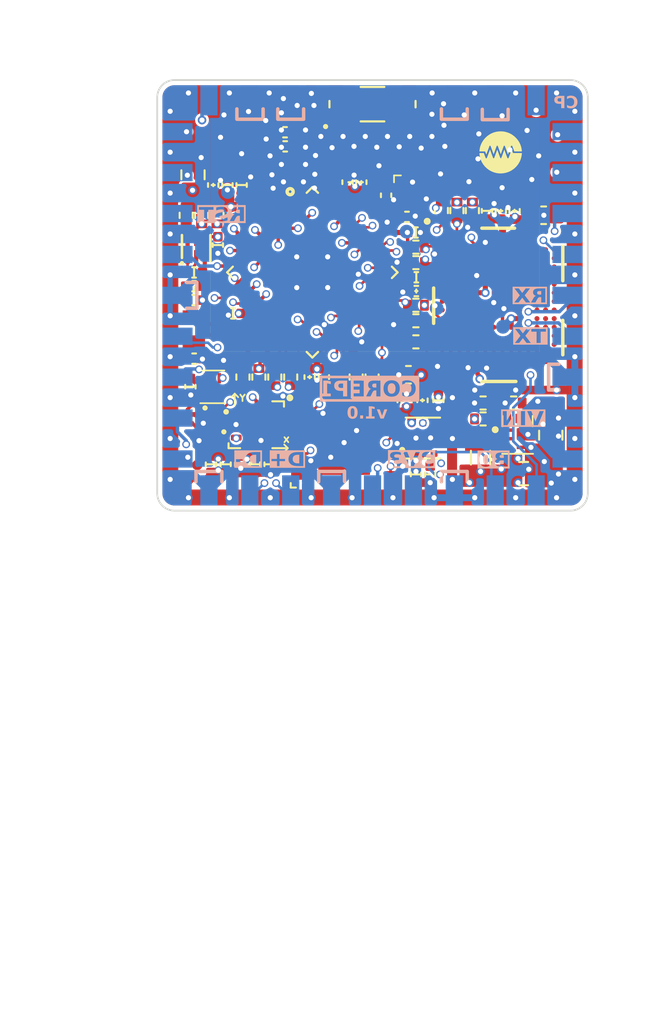
<source format=kicad_pcb>
(kicad_pcb (version 20241229) (generator "pcbnew") (generator_version "9.0")
  (layers (0 "F.Cu" signal) (4 "In1.Cu" signal) (6 "In2.Cu" signal) (8 "In3.Cu" signal) (10 "In4.Cu" signal) (2 "B.Cu" signal) (13 "F.Paste" user) (15 "B.Paste" user) (5 "F.SilkS" user "F.Silkscreen") (7 "B.SilkS" user "B.Silkscreen") (1 "F.Mask" user) (3 "B.Mask" user) (25 "Edge.Cuts" user))
  (net 0 "")
  (net 2 "GND")
  (net 3 "+3V3")
  (net 4 "/Microcontroller/CLK_MAIN_IN")
  (net 5 "/Microcontroller/CLK_RTC_IN")
  (net 6 "/Microcontroller/CLK_RTC_OUT")
  (net 7 "/Microcontroller/VDD_PI_OUT")
  (net 8 "/Microcontroller/CLK_MAIN_OUT")
  (net 9 "VIN")
  (net 10 "/Microcontroller/BOOT1")
  (net 11 "/Microcontroller/UART0_RX_MCU")
  (net 12 "/Microcontroller/EMMC_CLK_MCU")
  (net 13 "/Microcontroller/QSPI_CLK_MCU")
  (net 17 "/Power Management/SUP_CTS")
  (net 126 "I2C0_SDA")
  (net 127 "I2C0_SCL")
  (net 128 "USB_D-")
  (net 129 "USB_D+")
  (net 130 "UART0_RX")
  (net 131 "EMMC_CLK")
  (net 132 "QSPI_CLK")
  (net 133 "EMMC_CMD")
  (net 134 "EMMC_DAT1")
  (net 135 "EMMC_DAT2")
  (net 136 "EMMC_DAT3")
  (net 137 "EMMC_DAT0")
  (net 138 "IO4")
  (net 139 "QSPI_IO3")
  (net 140 "IO2")
  (net 141 "IO0")
  (net 142 "UART0_TX")
  (net 143 "IO7")
  (net 144 "IO11")
  (net 145 "IO9")
  (net 146 "QSPI_IO2")
  (net 147 "QSPI_IO0")
  (net 148 "IO10")
  (net 149 "unconnected-(U1A-GPIO45-Pad51)")
  (net 150 "IO8")
  (net 151 "IO5")
  (net 152 "QSPI_CS")
  (net 153 "IO14")
  (net 154 "IO1")
  (net 155 "IO6")
  (net 156 "QSPI_IO1")
  (net 157 "IO3")
  (net 158 "/Power Management/REG_CFG")
  (net 159 "/Microcontroller/USB_MCU_D-")
  (net 160 "/Microcontroller/USB_MCU_D+")
  (net 164 "INT_IMU")
  (net 165 "/Power Management/3V3_AUX_CT")
  (net 166 "+3V3_AUX")
  (net 167 "/Power Management/REG_SW")
  (net 168 "CORE_BOOT_SEL")
  (net 169 "IO16")
  (net 170 "CORE_RESET_N")
  (net 171 "3V3_AUX_EN")
  (net 172 "CORE_RST_REQ_N")
  (net 174 "/Power Management/REG_PG")
  (net 175 "IO15")
  (net 176 "/Power Management/SUP_CTR")
  (net 177 "/External Interface/RF_FEED_ANT")
  (net 178 "RF_FEED")
  (net 180 "/Power Management/REG_FB")
  (net 183 "Net-(U7-VDDI)")
  (net 184 "unconnected-(U1A-GPIO3-Pad8)")
  (net 185 "unconnected-(U1A-GPIO6-Pad11)")
  (footprint "ModWorksFootprints:C_0402_100n_MW" (layer "F.Cu") (at 143.175 109.8075 -90)
    (property "Reference" "C37" (hide yes))
    (property "Value" "100n")
  )
  (footprint "ModWorksFootprints:TPS3899DL30DSER" (layer "F.Cu") (at 139.76 97.2525 90)
    (property "Reference" "U4" (hide yes))
    (property "Value" "TPS3899DL30DSER")
  )
  (footprint "ModWorksFootprints:R_0402_1005Metric_MW" (layer "F.Cu") (at 143.4 104.745 90)
    (property "Reference" "R4" (hide yes))
    (property "Value" "4k7")
  )
  (footprint "ModWorksFootprints:C_0402_100n_MW" (layer "F.Cu") (at 152.545 98.95 180)
    (property "Reference" "C31" (hide yes))
    (property "Value" "100n")
  )
  (footprint "ModWorksFootprints:C_0402_1005Metric_MW" (layer "F.Cu") (at 150.79 94.1925 -90)
    (property "Reference" "C3" (hide yes))
    (property "Value" "12p")
  )
  (footprint "ModWorksFootprints:C_0402_100n_MW" (layer "F.Cu") (at 151.975 106.095 90)
    (property "Reference" "C26" (hide yes))
    (property "Value" "100n")
  )
  (footprint "ModWorksFootprints:R_0402_1005Metric_MW" (layer "F.Cu") (at 154 95.075 -90)
    (property "Reference" "R7" (hide yes))
    (property "Value" "22R")
  )
  (footprint "ModWorksFootprints:C_0402_100n_MW" (layer "F.Cu") (at 141.469098 109.8075 -90)
    (property "Reference" "C40" (hide yes))
    (property "Value" "100n")
  )
  (footprint "LOGO" (layer "F.Cu") (at 157.444319 91.724408)
    (property "Reference" "G***" (hide yes))
    (property "Value" "LOGO" (hide yes))
  )
  (footprint "ModWorksFootprints:C_0402_100n_MW" (layer "F.Cu") (at 152.52 96.35)
    (property "Reference" "C9" (hide yes))
    (property "Value" "100n")
  )
  (footprint "ModWorksFootprints:C_0402_100n_MW" (layer "F.Cu") (at 139.425 105.305 -90)
    (property "Reference" "C25" (hide yes))
    (property "Value" "100n")
  )
  (footprint "ModWorksFootprints:R_0402_1005Metric_MW" (layer "F.Cu") (at 152.52 98.1 180)
    (property "Reference" "R22" (hide yes))
    (property "Value" "47k")
  )
  (footprint "ModWorksFootprints:R_0402_1005Metric_MW" (layer "F.Cu") (at 142.475 104.745 90)
    (property "Reference" "R3" (hide yes))
    (property "Value" "4k7")
  )
  (footprint "ModWorksFootprints:R_0402_1005Metric_MW" (layer "F.Cu") (at 139.18 95.355 -90)
    (property "Reference" "R15" (hide yes))
    (property "Value" "10k")
  )
  (footprint "ModWorksFootprints:C_0402_100n_MW" (layer "F.Cu") (at 147.175 104.745 -90)
    (property "Reference" "C11" (hide yes))
    (property "Value" "100n")
  )
  (footprint "ModWorksFootprints:TestPoint_Pad_D0.6mm_MW" (layer "F.Cu") (at 149.375 102.7)
    (property "Reference" "TP9" (hide yes))
    (property "Value" "TestPointPad")
  )
  (footprint "Snapeda:CM8V-T1A-32.768KHZ-7PF-20PPM-TA-QC_XTAL_CM8V-T1A-32.768KHZ-7PF-20PPM-TA-QC" (layer "F.Cu") (at 139.625 101.975001 -90)
    (property "Reference" "Y1" (hide yes))
    (property "Value" "CM8V-T1A-32.768KHZ-7PF-20PPM-TA-QC")
  )
  (footprint "ModWorksFootprints:ESP32-S3_Small-EP" (layer "F.Cu") (at 146.507611 98.665434 -45)
    (property "Reference" "U1" (hide yes))
    (property "Value" "ESP32-S3R8")
  )
  (footprint "ModWorksFootprints:XTAL_ABM12W-40.0000MHZ-8-B1U-T3" (layer "F.Cu") (at 152 94.0125)
    (property "Reference" "Y2" (hide yes))
    (property "Value" "ABM12W-40MHZ-8-B1U-T3")
  )
  (footprint "ModWorksFootprints:R_0402_1005Metric_MW" (layer "F.Cu") (at 156.42 107.175 180)
    (property "Reference" "R13" (hide yes))
    (property "Value" "100k")
  )
  (footprint "ModWorksFootprints:C_0402_100n_MW" (layer "F.Cu") (at 141.575 93.595 90)
    (property "Reference" "C5" (hide yes))
    (property "Value" "100n")
  )
  (footprint "ModWorksFootprints:C_0402_100n_MW" (layer "F.Cu") (at 156.65 95.095 90)
    (property "Reference" "C29" (hide yes))
    (property "Value" "100n")
  )
  (footprint "ModWorksFootprints:74479276210C" (layer "F.Cu") (at 156.275 109.425 -90)
    (property "Reference" "L3" (hide yes))
    (property "Value" "1u")
  )
  (footprint "ModWorksFootprints:C_0402_1005Metric_MW" (layer "F.Cu") (at 139.645 103.675)
    (property "Reference" "C13" (hide yes))
    (property "Value" "10p")
  )
  (footprint "ModWorksFootprints:R_0402_1005Metric_MW" (layer "F.Cu") (at 149.975 104.745 90)
    (property "Reference" "R11" (hide yes))
    (property "Value" "100k")
  )
  (footprint "ModWorksFootprints:C_0402_100n_MW" (layer "F.Cu") (at 142.4 93.595 90)
    (property "Reference" "C8" (hide yes))
    (property "Value" "100n")
  )
  (footprint "ModWorksFootprints:EMMC04G-CT32_4-Line" (layer "F.Cu") (at 157.3 100.6)
    (property "Reference" "U7" (hide yes))
    (property "Value" "EMMC04G-CT32_4-Line" (hide yes))
  )
  (footprint "ModWorksFootprints:C_0402_1005Metric_MW" (layer "F.Cu") (at 144.92 90.53 180)
    (property "Reference" "C15" (hide yes))
    (property "Value" "DNP")
  )
  (footprint "ModWorksFootprints:C_0402_1u_MW" (layer "F.Cu") (at 140.75 93.595 90)
    (property "Reference" "C4" (hide yes))
    (property "Value" "1u")
  )
  (footprint "ModWorksFootprints:TestPoint_Pad_D0.6mm_MW" (layer "F.Cu") (at 151.225 101.7)
    (property "Reference" "TP15" (hide yes))
    (property "Value" "TestPointPad")
  )
  (footprint "ModWorksFootprints:W25Q-WSON-8" (layer "F.Cu") (at 148.35 108.55)
    (property "Reference" "U6" (hide yes))
    (property "Value" "W25Q128JVP")
  )
  (footprint "ModWorksFootprints:TestPoint_Pad_D0.6mm_MW" (layer "F.Cu") (at 148.875 103.375)
    (property "Reference" "TP8" (hide yes))
    (property "Value" "TestPointPad")
  )
  (footprint "ModWorksFootprints:C_0402_100n_MW" (layer "F.Cu") (at 141.895 101.05 180)
    (property "Reference" "C10" (hide yes))
    (property "Value" "100n")
  )
  (footprint "ModWorksFootprints:C_0402_100n_MW" (layer "F.Cu") (at 140.619098 109.8075 -90)
    (property "Reference" "C39" (hide yes))
    (property "Value" "100n")
  )
  (footprint "ModWorksFootprints:C_0402_1u_MW" (layer "F.Cu") (at 149.35 93.43 90)
    (property "Reference" "C7" (hide yes))
    (property "Value" "1u")
  )
  (footprint "ModWorksFootprints:C_0603_1608Metric_MW" (layer "F.Cu") (at 159.9375 95.35)
    (property "Reference" "C27" (hide yes))
    (property "Value" "4u7")
  )
  (footprint "ModWorksFootprints:C_0603_1608Metric_MW" (layer "F.Cu") (at 152.0875 104.6125 180)
    (property "Reference" "C34" (hide yes))
    (property "Value" "4u7")
  )
  (footprint "ModWorksFootprints:TestPoint_Pad_D0.6mm_MW" (layer "F.Cu") (at 139.825 109.85)
    (property "Reference" "TP19" (hide yes))
    (property "Value" "TestPointPad")
  )
  (footprint "ModWorksFootprints:C_0402_1u_MW" (layer "F.Cu") (at 152.545 99.75 180)
    (property "Reference" "C33" (hide yes))
    (property "Value" "1u")
  )
  (footprint "ModWorksFootprints:R_0402_1005Metric_MW" (layer "F.Cu") (at 152.52 102.7)
    (property "Reference" "R17" (hide yes))
    (property "Value" "47k")
  )
  (footprint "ModWorksFootprints:C_0805_2012Metric_MW" (layer "F.Cu") (at 139.575 93 90)
    (property "Reference" "C1" (hide yes))
    (property "Value" "10u")
  )
  (footprint "ModWorksFootprints:C_0402_1u_MW" (layer "F.Cu") (at 146.35 104.745 -90)
    (property "Reference" "C6" (hide yes))
    (property "Value" "1u")
  )
  (footprint "ModWorksFootprints:C_0402_100n_MW" (layer "F.Cu") (at 139.64 98.67)
    (property "Reference" "C24" (hide yes))
    (property "Value" "100n")
  )
  (footprint "ModWorksFootprints:C_0402_10n_MW" (layer "F.Cu") (at 139.64 99.47)
    (property "Reference" "C23" (hide yes))
    (property "Value" "10n")
  )
  (footprint "ModWorksFootprints:R_0402_1005Metric_MW" (layer "F.Cu") (at 149.05 104.745 -90)
    (property "Reference" "R9" (hide yes))
    (property "Value" "0R")
  )
  (footprint "ModWorksFootprints:R_0402_1005Metric_MW" (layer "F.Cu") (at 152.52 101.475)
    (property "Reference" "R8" (hide yes))
    (property "Value" "22R")
  )
  (footprint "ModWorksFootprints:TestPoint_Pad_D0.6mm_MW" (layer "F.Cu") (at 150.8 105.675)
    (property "Reference" "TP18" (hide yes))
    (property "Value" "TestPointPad")
  )
  (footprint "ModWorksFootprints:ADA_Core_Underside_Pads" (layer "F.Cu") (at 150 100)
    (property "Reference" "MOD1" (hide yes))
    (property "Value" "~")
  )
  (footprint "ModWorksFootprints:C_0402_100n_MW" (layer "F.Cu") (at 144.025 109.8075 -90)
    (property "Reference" "C35" (hide yes))
    (property "Value" "100n")
  )
  (footprint "ModWorksFootprints:C_0402_1u_MW" (layer "F.Cu") (at 157.45 95.095 90)
    (property "Reference" "C38" (hide yes))
    (property "Value" "1u")
  )
  (footprint "ModWorksFootprints:C_0402_100n_MW" (layer "F.Cu") (at 141.02 97.08 -90)
    (property "Reference" "C22" (hide yes))
    (property "Value" "100n")
  )
  (footprint "ModWorksFootprints:C_0402_1u_MW" (layer "F.Cu") (at 152.9 106.095 90)
    (property "Reference" "C18" (hide yes))
    (property "Value" "1u")
  )
  (footprint "ModWorksFootprints:LGA-14_3x2.5mm_P0.5mm_MW" (layer "F.Cu") (at 143.25 107.5125)
    (property "Reference" "U8" (hide yes))
    (property "Value" "LSM6DSO32TR")
  )
  (footprint "ModWorksFootprints:L_0402_1005Metric_MW" (layer "F.Cu") (at 142.31 94.85)
    (property "Reference" "L1" (hide yes))
    (property "Value" "2n")
  )
  (footprint "ModWorksFootprints:C_0402_100n_MW" (layer "F.Cu") (at 152.525 110.395 -90)
    (property "Reference" "C21" (hide yes))
    (property "Value" "100n")
  )
  (footprint "ModWorksFootprints:R_0402_1005Metric_MW" (layer "F.Cu") (at 144.325 104.745 -90)
    (property "Reference" "R5" (hide yes))
    (property "Value" "22R")
  )
  (footprint "ModWorksFootprints:C_0402_1u_MW" (layer "F.Cu") (at 142.319098 109.8075 -90)
    (property "Reference" "C28" (hide yes))
    (property "Value" "1u")
  )
  (footprint "ModWorksFootprints:R_0402_1005Metric_MW" (layer "F.Cu") (at 156.42 106.25 180)
    (property "Reference" "R12" (hide yes))
    (property "Value" "249k")
  )
  (footprint "ModWorksFootprints:C_0402_10n_MW" (layer "F.Cu") (at 148.55 93.43 90)
    (property "Reference" "C12" (hide yes))
    (property "Value" "10n")
  )
  (footprint "ModWorksFootprints:R_0402_1005Metric_MW" (layer "F.Cu") (at 140.08 95.355 -90)
    (property "Reference" "R14" (hide yes))
    (property "Value" "10k")
  )
  (footprint "ADA_footprint_lib:M24C32FMH6TG" (layer "F.Cu") (at 140.7 105.3125 90)
    (property "Reference" "U5" (hide yes))
    (property "Value" "M24C02-FMH6TG" (hide yes))
  )
  (footprint "ModWorksFootprints:R_0402_1005Metric_MW" (layer "F.Cu") (at 140.97 95.355 -90)
    (property "Reference" "R1" (hide yes))
    (property "Value" "10k")
  )
  (footprint "ModWorksFootprints:C_0402_1005Metric_MW" (layer "F.Cu") (at 144.93 91.35 180)
    (property "Reference" "C16" (hide yes))
    (property "Value" "DNP")
  )
  (footprint "ModWorksFootprints:C_0402_1005Metric_MW" (layer "F.Cu") (at 139.645 100.275)
    (property "Reference" "C2" (hide yes))
    (property "Value" "10p")
  )
  (footprint "ModWorksFootprints:L_0402_1005Metric_MW" (layer "F.Cu") (at 145.895 89.7)
    (property "Reference" "L2" (hide yes))
    (property "Value" "1u5")
  )
  (footprint "ModWorksFootprints:TestPoint_Pad_D0.6mm_MW" (layer "F.Cu") (at 160.675 106.225)
    (property "Reference" "TP11" (hide yes))
    (property "Value" "TestPointPad")
  )
  (footprint "ModWorksFootprints:TestPoint_Pad_D0.6mm_MW" (layer "F.Cu") (at 139.3 110.725)
    (property "Reference" "TP20" (hide yes))
    (property "Value" "TestPointPad")
  )
  (footprint "ModWorksFootprints:C_0402_1005Metric_MW" (layer "F.Cu") (at 152.00125 95.44375)
    (property "Reference" "C14" (hide yes))
    (property "Value" "12p")
  )
  (footprint "ModWorksFootprints:WSON-6-1EP_2x2mm_P0.65mm_EP1x1.6mm_MW" (layer "F.Cu") (at 152.925 108.3 90)
    (property "Reference" "U3" (hide yes))
    (property "Value" "TPS22810DRV")
  )
  (footprint "ModWorksFootprints:C_0402_10n_MW" (layer "F.Cu") (at 153.35 110.395 -90)
    (property "Reference" "C19" (hide yes))
    (property "Value" "10n")
  )
  (footprint "ModWorksFootprints:BMP390" (layer "F.Cu") (at 140.169098 107.6755 -90)
    (property "Reference" "U10" (hide yes))
    (property "Value" "BMP390" (hide yes))
  )
  (footprint "ModWorksFootprints:C_0402_1u_MW" (layer "F.Cu") (at 158.25 95.095 90)
    (property "Reference" "C32" (hide yes))
    (property "Value" "1u")
  )
  (footprint "ModWorksFootprints:R_0402_1005Metric_MW" (layer "F.Cu") (at 152.52 97.2 180)
    (property "Reference" "R21" (hide yes))
    (property "Value" "47k")
  )
  (footprint "ModWorksFootprints:TestPoint_Pad_D0.6mm_MW" (layer "F.Cu") (at 151.15 100.85)
    (property "Reference" "TP14" (hide yes))
    (property "Value" "TestPointPad")
  )
  (footprint "ModWorksFootprints:R_0402_1005Metric_MW" (layer "F.Cu") (at 145.25 104.745 -90)
    (property "Reference" "R6" (hide yes))
    (property "Value" "22R")
  )
  (footprint "ModWorksFootprints:R_0402_1005Metric_MW" (layer "F.Cu") (at 154.9 95.08 90)
    (property "Reference" "R20" (hide yes))
    (property "Value" "47k")
  )
  (footprint "ModWorksFootprints:R_0402_1005Metric_MW" (layer "F.Cu") (at 158.195 106.25 180)
    (property "Reference" "R10" (hide yes))
    (property "Value" "40k2")
  )
  (footprint "ModWorksFootprints:C_0805_2012Metric_MW" (layer "F.Cu") (at 160.35 108.12 -90)
    (property "Reference" "C17" (hide yes))
    (property "Value" "10u")
  )
  (footprint "ModWorksFootprints:C_0805_2012Metric_MW" (layer "F.Cu") (at 158.775 110.35)
    (property "Reference" "C20" (hide yes))
    (property "Value" "22u")
  )
  (footprint "ModWorksFootprints:C_0402_100n_MW" (layer "F.Cu") (at 153.825 106.095 -90)
    (property "Reference" "C30" (hide yes))
    (property "Value" "100n")
  )
  (footprint "ModWorksFootprints:R_0402_1005Metric_MW" (layer "F.Cu") (at 155.8 95.08 -90)
    (property "Reference" "R2" (hide yes))
    (property "Value" "10k")
  )
  (footprint "ModWorksFootprints:R_0402_1005Metric_MW" (layer "F.Cu") (at 152.52 100.575)
    (property "Reference" "R19" (hide yes))
    (property "Value" "47k")
  )
  (footprint "ModWorksFootprints:TPS62902RPJR" (layer "F.Cu") (at 158.425 108.075)
    (property "Reference" "U2" (hide yes))
    (property "Value" "TPS62902RPJR")
  )
  (footprint "ModWorksFootprints:2450AT42E010B001E" (layer "F.Cu") (at 150 88.9 180)
    (property "Reference" "ANT1" (hide yes))
    (property "Value" "XDCR_2450AT42E010B001E")
  )
  (footprint "ModWorksFootprints:TestPoint_Pad_D0.8mm_MW" (layer "B.Cu") (at 157.575 101.825)
    (property "Reference" "TP13" (hide yes))
    (property "Value" "TestPointPad")
  )
  (footprint "ModWorksFootprints:TestPoint_Pad_D0.8mm_MW" (layer "B.Cu") (at 156.8 101.025)
    (property "Reference" "TP7" (hide yes))
    (property "Value" "TestPointPad")
  )
  (footprint "ModWorksFootprints:TestPoint_Pad_D0.8mm_MW" (layer "B.Cu") (at 154.55 97.025)
    (property "Reference" "TP12" (hide yes))
    (property "Value" "TestPointPad")
  )
  (footprint "ModWorksFootprints:TestPoint_Pad_D0.8mm_MW" (layer "B.Cu") (at 141.6 94)
    (property "Reference" "TP21" (hide yes))
    (property "Value" "TestPointPad")
  )
  (footprint "ModWorksFootprints:TestPoint_Pad_D0.8mm_MW" (layer "B.Cu") (at 151.975 96.3)
    (property "Reference" "TP22" (hide yes))
    (property "Value" "TestPointPad")
  )
  (footprint "ModWorksFootprints:TestPoint_Pad_D0.8mm_MW" (layer "B.Cu") (at 157.65 95.8)
    (property "Reference" "TP2" (hide yes))
    (property "Value" "TestPointPad")
  )
  (footprint "ModWorksFootprints:TestPoint_Pad_D0.8mm_MW" (layer "B.Cu") (at 153.725 100.75)
    (property "Reference" "TP3" (hide yes))
    (property "Value" "TestPointPad")
  )
  (gr_rect (start 146.08 89.4) (end 148.99 90) (stroke (width 0.001)) (fill yes) (layer "F.Cu") (net 177))
  (gr_poly (pts (xy 145.71 92.8) (xy 145.520492 93.700089) (xy 145.520285 93.700411) (xy 145.52 93.7005) (xy 145.3 93.7005) (xy 145.299646 93.700354) (xy 145.29951 93.700098) (xy 145.11 92.8) (xy 145.11 89.4) (xy 145.71 89.4)) (stroke (width 0.001)) (fill yes) (layer "F.Cu") (net 178))
  (gr_rect (start 147.01 104.74) (end 152.64 106.1) (stroke (width 0.15)) (fill no) (layer "B.SilkS"))
  (gr_line (start 144.525 89.15) (end 144.525 89.75) (stroke (width 0.1)) (layer "B.SilkS"))
  (gr_line (start 160.25 105.425) (end 160.25 103.975) (stroke (width 0.1)) (layer "B.SilkS"))
  (gr_line (start 142.125 89.175) (end 142.125 89.775) (stroke (width 0.2)) (layer "B.SilkS"))
  (gr_line (start 146 89.175) (end 146 89.775) (stroke (width 0.2)) (layer "B.SilkS"))
  (gr_line (start 154 89.175) (end 154 89.775) (stroke (width 0.2)) (layer "B.SilkS"))
  (gr_line (start 139.2 100.75) (end 139.8 100.75) (stroke (width 0.2)) (layer "B.SilkS"))
  (gr_line (start 155.475 89.775) (end 154.025 89.775) (stroke (width 0.2)) (layer "B.SilkS"))
  (gr_line (start 148.855 104.78) (end 148.855 106.07) (stroke (width 0.1)) (layer "B.SilkS"))
  (gr_line (start 154.025 110.225) (end 155.475 110.225) (stroke (width 0.2)) (layer "B.SilkS"))
  (gr_line (start 139.775 110.225) (end 141.225 110.225) (stroke (width 0.2)) (layer "B.SilkS"))
  (gr_line (start 157.85 89.15) (end 157.85 89.75) (stroke (width 0.1)) (layer "B.SilkS"))
  (gr_line (start 141.225 110.85) (end 141.225 110.25) (stroke (width 0.1)) (layer "B.SilkS"))
  (gr_line (start 160.225 105.475) (end 160.225 104.025) (stroke (width 0.2)) (layer "B.SilkS"))
  (gr_line (start 157.85 89.75) (end 156.4 89.75) (stroke (width 0.1)) (layer "B.SilkS"))
  (gr_line (start 160.85 103.975) (end 160.25 103.975) (stroke (width 0.1)) (layer "B.SilkS"))
  (gr_line (start 148.375 110.8) (end 148.375 110.2) (stroke (width 0.2)) (layer "B.SilkS"))
  (gr_line (start 139.175 100.725) (end 139.775 100.725) (stroke (width 0.1)) (layer "B.SilkS"))
  (gr_line (start 160.825 105.5) (end 160.225 105.5) (stroke (width 0.2)) (layer "B.SilkS"))
  (gr_line (start 139.775 110.25) (end 141.225 110.25) (stroke (width 0.1)) (layer "B.SilkS"))
  (gr_line (start 160.85 105.425) (end 160.25 105.425) (stroke (width 0.1)) (layer "B.SilkS"))
  (gr_line (start 139.775 110.85) (end 139.775 110.25) (stroke (width 0.1)) (layer "B.SilkS"))
  (gr_line (start 143.65 89.175) (end 143.65 89.775) (stroke (width 0.2)) (layer "B.SilkS"))
  (gr_line (start 157.85 89.8) (end 156.4 89.8) (stroke (width 0.2)) (layer "B.SilkS"))
  (gr_line (start 143.6 89.75) (end 142.15 89.75) (stroke (width 0.1)) (layer "B.SilkS"))
  (gr_line (start 145.975 89.75) (end 144.525 89.75) (stroke (width 0.1)) (layer "B.SilkS"))
  (gr_line (start 148.935 104.83) (end 152.545 104.83) (stroke (width 0.1)) (layer "B.SilkS"))
  (gr_line (start 146.875 110.825) (end 146.875 110.225) (stroke (width 0.2)) (layer "B.SilkS"))
  (gr_line (start 139.8 99.275) (end 139.8 100.725) (stroke (width 0.2)) (layer "B.SilkS"))
  (gr_line (start 157.875 89.2) (end 157.875 89.8) (stroke (width 0.2)) (layer "B.SilkS"))
  (gr_line (start 148.885 106) (end 152.565 106) (stroke (width 0.1)) (layer "B.SilkS"))
  (gr_line (start 156.375 89.2) (end 156.375 89.8) (stroke (width 0.2)) (layer "B.SilkS"))
  (gr_line (start 155.5 89.175) (end 155.5 89.775) (stroke (width 0.2)) (layer "B.SilkS"))
  (gr_line (start 156.4 89.15) (end 156.4 89.75) (stroke (width 0.1)) (layer "B.SilkS"))
  (gr_line (start 139.75 110.825) (end 139.75 110.225) (stroke (width 0.2)) (layer "B.SilkS"))
  (gr_line (start 143.6 89.15) (end 143.6 89.75) (stroke (width 0.1)) (layer "B.SilkS"))
  (gr_line (start 143.6 89.775) (end 142.15 89.775) (stroke (width 0.2)) (layer "B.SilkS"))
  (gr_line (start 144.5 89.175) (end 144.5 89.775) (stroke (width 0.2)) (layer "B.SilkS"))
  (gr_line (start 154 110.825) (end 154 110.225) (stroke (width 0.2)) (layer "B.SilkS"))
  (gr_line (start 142.15 89.15) (end 142.15 89.75) (stroke (width 0.1)) (layer "B.SilkS"))
  (gr_line (start 155.5 110.825) (end 155.5 110.225) (stroke (width 0.2)) (layer "B.SilkS"))
  (gr_line (start 148.35 110.85) (end 148.35 110.25) (stroke (width 0.1)) (layer "B.SilkS"))
  (gr_line (start 146.9 110.25) (end 148.35 110.25) (stroke (width 0.1)) (layer "B.SilkS"))
  (gr_line (start 139.175 99.275) (end 139.775 99.275) (stroke (width 0.1)) (layer "B.SilkS"))
  (gr_line (start 139.775 99.275) (end 139.775 100.725) (stroke (width 0.1)) (layer "B.SilkS"))
  (gr_line (start 141.25 110.825) (end 141.25 110.225) (stroke (width 0.2)) (layer "B.SilkS"))
  (gr_line (start 146.9 110.225) (end 148.35 110.225) (stroke (width 0.2)) (layer "B.SilkS"))
  (gr_line (start 160.825 104) (end 160.225 104) (stroke (width 0.2)) (layer "B.SilkS"))
  (gr_line (start 146.9 110.85) (end 146.9 110.25) (stroke (width 0.1)) (layer "B.SilkS"))
  (gr_line (start 145.975 89.15) (end 145.975 89.75) (stroke (width 0.1)) (layer "B.SilkS"))
  (gr_line (start 145.975 89.775) (end 144.525 89.775) (stroke (width 0.2)) (layer "B.SilkS"))
  (gr_line (start 139.2 99.25) (end 139.8 99.25) (stroke (width 0.2)) (layer "B.SilkS"))
  (gr_line (start 155.475 89.75) (end 154.025 89.75) (stroke (width 0.1)) (layer "B.SilkS"))
  (gr_line (start 155.475 89.15) (end 155.475 89.75) (stroke (width 0.1)) (layer "B.SilkS"))
  (gr_line (start 154.025 89.15) (end 154.025 89.75) (stroke (width 0.1)) (layer "B.SilkS"))
  (gr_poly (pts (arc (start 161.5 112.5) (mid 162.207107 112.207107) (end 162.5 111.5)) (arc (start 162.5 88.5) (mid 162.207107 87.792893) (end 161.5 87.5)) (arc (start 138.5 87.5) (mid 137.792893 87.792893) (end 137.5 88.5)) (arc (start 137.5 111.5) (mid 137.792893 112.207107) (end 138.5 112.5))) (stroke (width 0.1)) (fill no) (layer "Edge.Cuts"))
  (gr_text "B0" (at 157.975 110.075 0) (layer "B.SilkS" knockout) (effects (font (size 0.8 0.9) (thickness 0.2) (bold yes)) (justify left bottom mirror)))
  (gr_text "P1" (at 148.645 106.02 0) (layer "B.SilkS") (effects (font (size 0.9 0.9) (thickness 0.2) (bold yes)) (justify left bottom mirror)))
  (gr_text "VIN" (at 159.95 107.675 0) (layer "B.SilkS" knockout) (effects (font (size 0.8 0.9) (thickness 0.2) (bold yes)) (justify left bottom mirror)))
  (gr_text "D+" (at 146.1 110.05 0) (layer "B.SilkS" knockout) (effects (font (size 0.8 0.9) (thickness 0.2) (bold yes)) (justify left bottom mirror)))
  (gr_text "RX" (at 160.15 100.55 0) (layer "B.SilkS" knockout) (effects (font (size 0.8 0.9) (thickness 0.2) (bold yes)) (justify left bottom mirror)))
  (gr_text "CP" (at 161.95 89.25 0) (layer "B.SilkS") (effects (font (size 0.7 0.7) (thickness 0.175) (bold yes)) (justify left bottom mirror)))
  (gr_text "TX" (at 160.075 102.9 0) (layer "B.SilkS" knockout) (effects (font (size 0.8 0.9) (thickness 0.2) (bold yes)) (justify left bottom mirror)))
  (gr_text "3V3" (at 153.625 110.05 0) (layer "B.SilkS" knockout) (effects (font (size 0.8 0.9) (thickness 0.2) (bold yes)) (justify left bottom mirror)))
  (gr_text "RST" (at 142.65 95.825 0) (layer "B.SilkS" knockout) (effects (font (size 0.8 0.9) (thickness 0.2) (bold yes)) (justify left bottom mirror)))
  (gr_text "D-" (at 143.6 110.05 0) (layer "B.SilkS" knockout) (effects (font (size 0.8 0.9) (thickness 0.2) (bold yes)) (justify left bottom mirror)))
  (gr_text "CORE" (at 152.57 106.02 0) (layer "B.SilkS" knockout) (effects (font (size 0.9 0.9) (thickness 0.2) (bold yes)) (justify left bottom mirror)))
  (gr_text "v1.0" (at 150.875 107.275 0) (layer "B.SilkS") (effects (font (size 0.7 0.7) (thickness 0.175) (bold yes)) (justify left bottom mirror)))
  (segment (start 156.625 104.225) (end 156.625 104.025) (width 0.2) (layer "F.Cu") (net 2))
  (segment (start 143.25 108.425) (end 143.525 108.425) (width 0.22) (layer "F.Cu") (net 2))
  (segment (start 140.375 107.4) (end 140.669098 107.105902) (width 0.15) (layer "F.Cu") (net 2))
  (segment (start 142.4 93.115) (end 142.915 93.115) (width 0.4) (layer "F.Cu") (net 2))
  (segment (start 156.65 94.615) (end 158.25 94.615) (width 0.5) (layer "F.Cu") (net 2))
  (segment (start 156.55 101.35) (end 157.3 100.6) (width 0.25) (layer "F.Cu") (net 2))
  (segment (start 155.8 95.465) (end 156.65 94.615) (width 0.2) (layer "F.Cu") (net 2))
  (segment (start 148.817638 92.95) (end 148.943465 93.075827) (width 0.4) (layer "F.Cu") (net 2))
  (segment (start 155.55 104.2) (end 155.55 103.85) (width 0.25) (layer "F.Cu") (net 2))
  (segment (start 141.469098 110.2875) (end 142.319098 110.2875) (width 0.5) (layer "F.Cu") (net 2))
  (segment (start 151.975 105.2375) (end 151.35 104.6125) (width 0.5) (layer "F.Cu") (net 2))
  (segment (start 152.025 105.565) (end 151.975 105.615) (width 0.5) (layer "F.Cu") (net 2))
  (segment (start 146.475 109.616692) (end 146.475 109.78) (width 0.3) (layer "F.Cu") (net 2))
  (segment (start 153.775 104.125) (end 154.05 103.85) (width 0.3) (layer "F.Cu") (net 2))
  (segment (start 140.54 93.115) (end 139.525 92.1) (width 0.5) (layer "F.Cu") (net 2))
  (segment (start 157 100.25) (end 157.05 100.2) (width 0.25) (layer "F.Cu") (net 2))
  (segment (start 153.4625 88.25) (end 153.4625 88.15) (width 0.22) (layer "F.Cu") (net 2))
  (segment (start 141.525 93.115) (end 142.35 93.115) (width 0.5) (layer "F.Cu") (net 2))
  (segment (start 142.0875 107.4875) (end 142.075 107.5) (width 0.22) (layer "F.Cu") (net 2))
  (segment (start 153.575 107.4125) (end 153.575 106.825) (width 0.3) (layer "F.Cu") (net 2))
  (segment (start 157.870002 94.95) (end 157.9343 94.95) (width 0.2) (layer "F.Cu") (net 2))
  (segment (start 151.0025 94.6725) (end 150.7875 94.6725) (width 0.3) (layer "F.Cu") (net 2))
  (segment (start 146.507611 101.032611) (end 146.507611 98.665434) (width 0.22) (layer "F.Cu") (net 2))
  (segment (start 157.9343 94.95) (end 158.24215 94.64215) (width 0.2) (layer "F.Cu") (net 2))
  (segment (start 155.55 98.35) (end 156.025 98.825) (width 0.2) (layer "F.Cu") (net 2))
  (segment (start 139.3 110.725) (end 139.325 110.7) (width 0.25) (layer "F.Cu") (net 2))
  (segment (start 158.525 100.85) (end 158.55 100.85) (width 0.25) (layer "F.Cu") (net 2))
  (segment (start 156.025 98.825) (end 156.025 98.875) (width 0.2) (layer "F.Cu") (net 2))
  (segment (start 146.475 109.78) (end 145.65 110.605) (width 0.3) (layer "F.Cu") (net 2))
  (segment (start 153.3125 88.1) (end 153.4625 88.25) (width 0.6) (layer "F.Cu") (net 2))
  (segment (start 152.75 96.35) (end 153 96.35) (width 0.2) (layer "F.Cu") (net 2))
  (segment (start 151.975 105.615) (end 152.9 105.615) (width 0.5) (layer "F.Cu") (net 2))
  (segment (start 140.7 93.115) (end 140.54 93.115) (width 0.5) (layer "F.Cu") (net 2))
  (segment (start 156.55 97.35) (end 156.55 96.925) (width 0.2) (layer "F.Cu") (net 2))
  (segment (start 153.575 107.4125) (end 153.575 108.075) (width 0.3) (layer "F.Cu") (net 2))
  (segment (start 151.225 94.45) (end 151.0025 94.6725) (width 0.3) (layer "F.Cu") (net 2))
  (segment (start 157.625734 100.925734) (end 157.701468 100.85) (width 0.2) (layer "F.Cu") (net 2))
  (segment (start 139.925 108.437499) (end 139.925 108.55) (width 0.22) (layer "F.Cu") (net 2))
  (segment (start 151.786759 99.861782) (end 151.888215 99.861782) (width 0.22) (layer "F.Cu") (net 2))
  (segment (start 145.55 110.505) (end 145.65 110.605) (width 0.25) (layer "F.Cu") (net 2))
  (segment (start 140.7 93.115) (end 141.525 93.115) (width 0.5) (layer "F.Cu") (net 2))
  (segment (start 140.1 107.4) (end 140.375 107.4) (width 0.15) (layer "F.Cu") (net 2))
  (segment (start 153.025 108.3) (end 153.225 108.3) (width 0.5) (layer "F.Cu") (net 2))
  (segment (start 139.669098 108.4375) (end 139.925 108.437499) (width 0.22) (layer "F.Cu") (net 2))
  (segment (start 142.915 93.115) (end 142.925 93.125) (width 0.4) (layer "F.Cu") (net 2))
  (segment (start 140.259999 98.530001) (end 140.12 98.67) (width 0.22) (layer "F.Cu") (net 2))
  (segment (start 146.025 88.275) (end 146.2 88.1) (width 0.6) (layer "F.Cu") (net 2))
  (segment (start 139.669098 106.9135) (end 139.669098 106.969098) (width 0.15) (layer "F.Cu") (net 2))
  (segment (start 157.3 100.6) (end 157.625734 100.925734) (width 0.25) (layer "F.Cu") (net 2))
  (segment (start 149.069292 92.95) (end 149.35 92.95) (width 0.4) (layer "F.Cu") (net 2))
  (segment (start 148.55 92.95) (end 148.817638 92.95) (width 0.4) (layer "F.Cu") (net 2))
  (segment (start 157.55 101.001468) (end 157.55 101.85) (width 0.2) (layer "F.Cu") (net 2))
  (segment (start 140.475443 97.56) (end 140.259999 97.775444) (width 0.25) (layer "F.Cu") (net 2))
  (segment (start 139.45 105.785) (end 139.4 105.785) (width 0.15) (layer "F.Cu") (net 2))
  (segment (start 141.02 97.56) (end 140.475443 97.56) (width 0.25) (layer "F.Cu") (net 2))
  (segment (start 154.55 103.35) (end 154.05 103.85) (width 0.2) (layer "F.Cu") (net 2))
  (segment (start 156.55 103.95) (end 156.55 103.85) (width 0.2) (layer "F.Cu") (net 2))
  (segment (start 157.701468 100.85) (end 158.55 100.85) (width 0.2) (layer "F.Cu") (net 2))
  (segment (start 153.575 106.825) (end 153.825 106.575) (width 0.3) (layer "F.Cu") (net 2))
  (segment (start 140.12 99.47) (end 140.12 98.67) (width 0.5) (layer "F.Cu") (net 2))
  (segment (start 140.206598 110.7) (end 140.619098 110.2875) (width 0.25) (layer "F.Cu") (net 2))
  (segment (start 151.5875 94.45) (end 151.65 94.5125) (width 0.3) (layer "F.Cu") (net 2))
  (segment (start 153.575 108.075) (end 153.375 108.275) (width 0.3) (layer "F.Cu") (net 2))
  (segment (start 157.3 100.6) (end 157 100.3) (width 0.25) (layer "F.Cu") (net 2))
  (segment (start 139.925 108.437499) (end 140.169098 108.437499) (width 0.22) (layer "F.Cu") (net 2))
  (segment (start 152.065 99.75) (end 152 99.75) (width 0.2) (layer "F.Cu") (net 2))
  (segment (start 157.625734 100.925734) (end 157.55 101.001468) (width 0.2) (layer "F.Cu") (net 2))
  (segment (start 156.9 100.35) (end 156.05 100.35) (width 0.2) (layer "F.Cu") (net 2))
  (segment (start 146.775 105.235) (end 146.352297 105.235) (width 0.5) (layer "F.Cu") (net 2))
  (segment (start 140.7 104.425) (end 141.35 103.775) (width 0.2) (layer "F.Cu") (net 2))
  (segment (start 141.675 101.05) (end 141.415 101.05) (width 0.22) (layer "F.Cu") (net 2))
  (segment (start 152.525 110.875) (end 153.35 110.875) (width 0.5) (layer "F.Cu") (net 2))
  (segment (start 152.925 108.3) (end 153.025 108.3) (width 0.5) (layer "F.Cu") (net 2))
  (segment (start 139.669098 106.969098) (end 140.1 107.4) (width 0.15) (layer "F.Cu") (net 2))
  (segment (start 151.975 105.615) (end 151.975 105.2375) (width 0.5) (layer "F.Cu") (net 2))
  (segment (start 140.619098 110.2875) (end 141.469098 110.2875) (width 0.5) (layer "F.Cu") (net 2))
  (segment (start 159.95 95.35) (end 160.675 95.35) (width 0.4) (layer "F.Cu") (net 2))
  (segment (start 142.0875 107.2625) (end 142.0875 107.4875) (width 0.22) (layer "F.Cu") (net 2))
  (segment (start 156.05 103.35) (end 156.55 103.85) (width 0.2) (layer "F.Cu") (net 2))
  (segment (start 152.065 99.75) (end 152.065 98.95) (width 0.4) (layer "F.Cu") (net 2))
  (segment (start 146.352297 105.235) (end 146.35 105.237297) (width 0.2) (layer "F.Cu") (net 2))
  (segment (start 140.669098 107.105902) (end 140.669098 106.9135) (width 0.15) (layer "F.Cu") (net 2))
  (segment (start 157.05 100.2) (end 157.05 99.35) (width 0.25) (layer "F.Cu") (net 2))
  (segment (start 151.888215 99.861782) (end 151.999997 99.75) (width 0.22) (layer "F.Cu") (net 2))
  (segment (start 139.325 110.7) (end 140.206598 110.7) (width 0.25) (layer "F.Cu") (net 2))
  (segment (start 156.05 101.35) (end 156.55 101.35) (width 0.25) (layer "F.Cu") (net 2))
  (segment (start 155.8 95.575) (end 155.8 95.465) (width 0.2) (layer "F.Cu") (net 2))
  (segment (start 146.775 104.925) (end 146.775 105.235) (width 0.15) (layer "F.Cu") (net 2))
  (segment (start 157 100.25) (end 156.9 100.35) (width 0.2) (layer "F.Cu") (net 2))
  (segment (start 142.319098 110.2875) (end 143.175 110.2875) (width 0.5) (layer "F.Cu") (net 2))
  (segment (start 146.2 88.1) (end 148.25 88.1) (width 0.6) (layer "F.Cu") (net 2))
  (segment (start 146.402782 109.544474) (end 146.475 109.616692) (width 0.3) (layer "F.Cu") (net 2))
  (segment (start 151.225 94.45) (end 151.5875 94.45) (width 0.3) (layer "F.Cu") (net 2))
  (segment (start 140.125 99.475) (end 140.12 99.47) (width 0.5) (layer "F.Cu") (net 2))
  (segment (start 156.625 104.025) (end 156.55 103.95) (width 0.2) (layer "F.Cu") (net 2))
  (segment (start 140.259999 97.775444) (end 140.259999 98.530001) (width 0.22) (layer "F.Cu") (net 2))
  (segment (start 143.175 110.2875) (end 144.025 110.2875) (width 0.5) (layer "F.Cu") (net 2))
  (segment (start 148.943465 93.075827) (end 149.069292 92.95) (width 0.4) (layer "F.Cu") (net 2))
  (segment (start 147.175 105.235) (end 146.775 105.235) (width 0.5) (layer "F.Cu") (net 2))
  (segment (start 140.7 105.3125) (end 140.7 104.425) (width 0.2) (layer "F.Cu") (net 2))
  (segment (start 157 100.3) (end 157 100.25) (width 0.2) (layer "F.Cu") (net 2))
  (segment (start 151.75 88.1) (end 153.3125 88.1) (width 0.6) (layer "F.Cu") (net 2))
  (segment (start 151.999997 99.75) (end 152.065 99.75) (width 0.22) (layer "F.Cu") (net 2))
  (via (at 146.775 104.925) (size 0.45) (drill 0.3) (layers "F.Cu" "B.Cu") (net 2))
  (via (at 141.175 90.825) (size 0.5) (drill 0.3) (layers "F.Cu" "B.Cu") (net 2))
  (via (at 138.25 96.4375) (size 0.5) (drill 0.3) (layers "F.Cu" "B.Cu") (net 2))
  (via (at 146.11 90.4) (size 0.45) (drill 0.3) (layers "F.Cu" "B.Cu") (net 2))
  (via (at 160.6875 88.25) (size 0.5) (drill 0.3) (layers "F.Cu" "B.Cu") (net 2))
  (via (at 144.825 88.575) (size 0.5) (drill 0.3) (layers "F.Cu" "B.Cu") (net 2))
  (via (at 146.45 88.275) (size 0.5) (drill 0.3) (layers "F.Cu" "B.Cu") (net 2))
  (via (at 159.25 93.275) (size 0.5) (drill 0.3) (layers "F.Cu" "B.Cu") (net 2))
  (via (at 138.25 105.9375) (size 0.5) (drill 0.3) (layers "F.Cu" "B.Cu") (net 2))
  (via (at 153.825 106.575) (size 0.5) (drill 0.3) (layers "F.Cu" "B.Cu") (net 2))
  (via (at 153.95 92.95) (size 0.5) (drill 0.3) (layers "F.Cu" "B.Cu") (net 2))
  (via (at 141.6875 88.25) (size 0.5) (drill 0.3) (layers "F.Cu" "B.Cu") (net 2))
  (via (at 156.175 90.625) (size 0.5) (drill 0.3) (layers "F.Cu" "B.Cu") (net 2))
  (via (at 155.6 93.4) (size 0.5) (drill 0.3) (layers "F.Cu" "B.Cu") (net 2))
  (via (at 161.75 91.6875) (size 0.5) (drill 0.3) (layers "F.Cu" "B.Cu") (net 2))
  (via (at 151.43 108.6) (size 0.45) (drill 0.3) (layers "F.Cu" "B.Cu") (net 2))
  (via (at 161.75 101.1875) (size 0.5) (drill 0.3) (layers "F.Cu" "B.Cu") (net 2))
  (via (at 143.825 90.925) (size 0.5) (drill 0.3) (layers "F.Cu" "B.Cu") (net 2))
  (via (at 139.45 105.785) (size 0.45) (drill 0.3) (layers "F.Cu" "B.Cu") (net 2))
  (via (at 149.075 107.85) (size 0.45) (drill 0.3) (layers "F.Cu" "B.Cu") (net 2))
  (via (at 142.4 91.775) (size 0.5) (drill 0.3) (layers "F.Cu" "B.Cu") (net 2))
  (via (at 155.55 104.2) (size 0.5) (drill 0.3) (layers "F.Cu" "B.Cu") (net 2))
  (via (at 159.95 95.35) (size 0.45) (drill 0.3) (layers "F.Cu" "B.Cu") (net 2))
  (via (at 142.8 89.325) (size 0.5) (drill 0.3) (layers "F.Cu" "B.Cu") (net 2))
  (via (at 157.525 93.75) (size 0.5) (drill 0.3) (layers "F.Cu" "B.Cu") (net 2))
  (via (at 157.975 91.55) (size 0.5) (drill 0.3) (layers "F.Cu" "B.Cu") (net 2))
  (via (at 140.125 103.7) (size 0.45) (drill 0.3) (layers "F.Cu" "B.Cu") (net 2))
  (via (at 151.525 104.6125) (size 0.5) (drill 0.3) (layers "F.Cu" "B.Cu") (net 2))
  (via (at 158.975 90.425) (size 0.5) (drill 0.3) (layers "F.Cu" "B.Cu") (net 2))
  (via (at 146.65 92.97) (size 0.5) (drill 0.3) (layers "F.Cu" "B.Cu") (net 2))
  (via (at 144.05 91.9) (size 0.5) (drill 0.3) (layers "F.Cu" "B.Cu") (net 2))
  (via (at 147.575 109.4) (size 0.45) (drill 0.3) (layers "F.Cu" "B.Cu") (net 2))
  (via (at 156.625 104.225) (size 0.5) (drill 0.3) (layers "F.Cu" "B.Cu") (net 2))
  (via (at 140.05 92) (size 0.5) (drill 0.3) (layers "F.Cu" "B.Cu") (net 2))
  (via (at 152.325 93.425) (size 0.5) (drill 0.3) (layers "F.Cu" "B.Cu") (net 2))
  (via (at 148.35 108.55) (size 0.45) (drill 0.3) (layers "F.Cu" "B.Cu") (net 2))
  (via (at 146.11 91.3995) (size 0.45) (drill 0.3) (layers "F.Cu" "B.Cu") (net 2))
  (via (at 160.38 110.9) (size 0.45) (drill 0.3) (layers "F.Cu" "B.Cu") (net 2))
  (via (at 153.125 94.4) (size 0.5) (drill 0.3) (layers "F.Cu" "B.Cu") (net 2))
  (via (at 143.8 89.85) (size 0.5) (drill 0.3) (layers "F.Cu" "B.Cu") (net 2))
  (via (at 146.63 93.77) (size 0.5) (drill 0.3) (layers "F.Cu" "B.Cu") (net 2))
  (via (at 142.075 107.5) (size 0.45) (drill 0.3) (layers "F.Cu" "B.Cu") (net 2))
  (via (at 153.375 108.275) (size 0.45) (drill 0.3) (layers "F.Cu" "B.Cu") (net 2))
  (via (at 151.225 101.7) (size 0.5) (drill 0.3) (layers "F.Cu" "B.Cu") (net 2))
  (via (at 154.64 105.94) (size 0.5) (drill 0.3) (layers "F.Cu" "B.Cu") (net 2))
  (via (at 141.63 101.15) (size 0.45) (drill 0.3) (layers "F.Cu" "B.Cu") (net 2))
  (via (at 146.4375 111.75) (size 0.5) (drill 0.3) (layers "F.Cu" "B.Cu") (net 2))
  (via (at 154.6375 110.6875) (size 0.5) (drill 0.3) (layers "F.Cu" "B.Cu") (net 2))
  (via (at 140.175 107.425) (size 0.45) (drill 0.3) (layers "F.Cu" "B.Cu") (net 2))
  (via (at 153.45 89.485) (size 0.5) (drill 0.3) (layers "F.Cu" "B.Cu") (net 2))
  (via (at 153.6 97.6) (size 0.45) (drill 0.3) (layers "F.Cu" "B.Cu") (net 2))
  (via (at 155.9375 88.25) (size 0.5) (drill 0.3) (layers "F.Cu" "B.Cu") (net 2))
  (via (at 156.125 92.075) (size 0.5) (drill 0.3) (layers "F.Cu" "B.Cu") (net 2))
  (via (at 148.8125 111.75) (size 0.5) (drill 0.3) (layers "F.Cu" "B.Cu") (net 2))
  (via (at 139.925 108.437499) (size 0.45) (drill 0.3) (layers "F.Cu" "B.Cu") (net 2))
  (via (at 152.78 96.35) (size 0.5) (drill 0.3) (layers "F.Cu" "B.Cu") (net 2))
  (via (at 142.925 93.125) (size 0.5) (drill 0.3) (layers "F.Cu" "B.Cu") (net 2))
  (via (at 161.75 108.3125) (size 0.5) (drill 0.3) (layers "F.Cu" "B.Cu") (net 2))
  (via (at 138.25 91.6875) (size 0.5) (drill 0.3) (layers "F.Cu" "B.Cu") (net 2))
  (via (at 142.35 110.04) (size 0.45) (drill 0.3) (layers "F.Cu" "B.Cu") (net 2))
  (via (at 156.05 98.85) (size 0.45) (drill 0.3) (layers "F.Cu" "B.Cu") (net 2))
  (via (at 155.325 89.525) (size 0.5) (drill 0.3) (layers "F.Cu" "B.Cu") (net 2))
  (via (at 153.45 90.775) (size 0.5) (drill 0.3) (layers "F.Cu" "B.Cu") (net 2))
  (via (at 154.125 88.875) (size 0.5) (drill 0.3) (layers "F.Cu" "B.Cu") (net 2))
  (via (at 153.4625 88.25) (size 0.5) (drill 0.3) (layers "F.Cu" "B.Cu") (net 2))
  (via (at 159.2 108.825) (size 0.45) (drill 0.3) (layers "F.Cu" "B.Cu") (net 2))
  (via (at 151.76 99.81) (size 0.45) (drill 0.3) (layers "F.Cu" "B.Cu") (net 2))
  (via (at 153.775 104.125) (size 0.5) (drill 0.3) (layers "F.Cu" "B.Cu") (net 2))
  (via (at 155.9375 105.5) (size 0.5) (drill 0.3) (layers "F.Cu" "B.Cu") (net 2))
  (via (at 146.69 91.88) (size 0.5) (drill 0.3) (layers "F.Cu" "B.Cu") (net 2))
  (via (at 144.71 90.4) (size 0.45) (drill 0.3) (layers "F.Cu" "B.Cu") (net 2))
  (via (at 139.3125 111.75) (size 0.5) (drill 0.3) (layers "F.Cu" "B.Cu") (net 2))
  (via (at 143.525 108.425) (size 0.45) (drill 0.3) (layers "F.Cu" "B.Cu") (net 2))
  (via (at 151.75 109.925) (size 0.45) (drill 0.3) (layers "F.Cu" "B.Cu") (net 2))
  (via (at 161.75 94.0625) (size 0.5) (drill 0.3) (layers "F.Cu" "B.Cu") (net 2))
  (via (at 154.64 108.315) (size 0.5) (drill 0.3) (layers "F.Cu" "B.Cu") (net 2))
  (via (at 144.0625 111.75) (size 0.5) (drill 0.3) (layers "F.Cu" "B.Cu") (net 2))
  (via (at 140.125 100.275) (size 0.45) (drill 0.3) (layers "F.Cu" "B.Cu") (net 2))
  (via (at 138.25 110.6875) (size 0.5) (drill 0.3) (layers "F.Cu" "B.Cu") (net 2))
  (via (at 144.71 91.4005) (size 0.45) (drill 0.3) (layers "F.Cu" "B.Cu") (net 2))
  (via (at 160.6875 111.75) (size 0.5) (drill 0.3) (layers "F.Cu" "B.Cu") (net 2))
  (via (at 138.25 108.3125) (size 0.5) (drill 0.3) (layers "F.Cu" "B.Cu") (net 2))
  (via (at 155.925 106.25) (size 0.5) (drill 0.3) (layers "F.Cu" "B.Cu") (net 2))
  (via (at 158.3125 111.75) (size 0.5) (drill 0.3) (layers "F.Cu" "B.Cu") (net 2))
  (via (at 150.375 92.475) (size 0.5) (drill 0.3) (layers "F.Cu" "B.Cu") (net 2))
  (via (at 152.16 90.775) (size 0.5) (drill 0.3) (layers "F.Cu" "B.Cu") (net 2))
  (via (at 149.375 102.7) (size 0.45) (drill 0.3) (layers "F.Cu" "B.Cu") (net 2))
  (via (at 138.25 103.5625) (size 0.5) (drill 0.3) (layers "F.Cu" "B.Cu") (net 2))
  (via (at 141.375 89.525) (size 0.5) (drill 0.3) (layers "F.Cu" "B.Cu") (net 2))
  (via (at 151.225 94.45) (size 0.5) (drill 0.3) (layers "F.Cu" "B.Cu") (net 2))
  (via (at 161.75 103.5625) (size 0.5) (drill 0.3) (layers "F.Cu" "B.Cu") (net 2))
  (via (at 155.525 96.05) (size 0.45) (drill 0.3) (layers "F.Cu" "B.Cu") (net 2))
  (via (at 152.825 91.45) (size 0.5) (drill 0.3) (layers "F.Cu" "B.Cu") (net 2))
  (via (at 148.925 91.35) (size 0.5) (drill 0.3) (layers "F.Cu" "B.Cu") (net 2))
  (via (at 159.075 110.1) (size 0.45) (drill 0.3) (layers "F.Cu" "B.Cu") (net 2))
  (via (at 146.11 92.3995) (size 0.45) (drill 0.3) (layers "F.Cu" "B.Cu") (net 2))
  (via (at 138.25 89.3125) (size 0.5) (drill 0.3) (layers "F.Cu" "B.Cu") (net 2))
  (via (at 138.25 98.8125) (size 0.5) (drill 0.3) (layers "F.Cu" "B.Cu") (net 2))
  (via (at 138.25 94.0625) (size 0.5) (drill 0.3) (layers "F.Cu" "B.Cu") (net 2))
  (via (at 155.9375 111.75) (size 0.5) (drill 0.3) (layers "F.Cu" "B.Cu") (net 2))
  (via (at 138.25 101.1875) (size 0.5) (drill 0.3) (layers "F.Cu" "B.Cu") (net 2))
  (via (at 144.08 110.41) (size 0.45) (drill 0.3) (layers "F.Cu" "B.Cu") (net 2))
  (via (at 144.71 92.4) (size 0.45) (drill 0.3) (layers "F.Cu" "B.Cu") (net 2))
  (via (at 152.525 108.2875) (size 0.45) (drill 0.3) (layers "F.Cu" "B.Cu") (net 2))
  (via (at 146.6 88.975) (size 0.5) (drill 0.3) (layers "F.Cu" "B.Cu") (net 2))
  (via (at 148.29 90.775) (size 0.5) (drill 0.3) (layers "F.Cu" "B.Cu") (net 2))
  (via (at 141.35 103.775) (size 0.45) (drill 0.3) (layers "F.Cu" "B.Cu") (net 2))
  (via (at 147 90.775) (size 0.5) (drill 0.3) (layers "F.Cu" "B.Cu") (net 2))
  (via (at 144.8 105.85) (size 0.45) (drill 0.3) (layers "F.Cu" "B.Cu") (net 2))
  (via (at 144.16 93) (size 0.5) (drill 0.3) (layers "F.Cu" "B.Cu") (net 2))
  (via (at 148.93 93.02) (size 0.5) (drill 0.3) (layers "F.Cu" "B.Cu") (net 2))
  (via (at 156.55 96.925) (size 0.45) (drill 0.3) (layers "F.Cu" "B.Cu") (net 2))
  (via (at 141.044098 110.15) (size 0.45) (drill 0.3) (layers "F.Cu" "B.Cu") (net 2))
  (via (at 157.7 106.25) (size 0.5) (drill 0.3) (layers "F.Cu" "B.Cu") (net 2))
  (via (at 150.25 91.4) (size 0.5) (drill 0.3) (layers "F.Cu" "B.Cu") (net 2))
  (via (at 157.06 94.67) (size 0.5) (drill 0.3) (layers "F.Cu" "B.Cu") (net 2))
  (via (at 160.8 110.375) (size 0.45) (drill 0.3) (layers "F.Cu" "B.Cu") (net 2))
  (via (at 144 88.25) (size 0.5) (drill 0.3) (layers "F.Cu" "B.Cu") (net 2))
  (via (at 144.71 89.4005) (size 0.45) (drill 0.3) (layers "F.Cu" "B.Cu") (net 2))
  (via (at 159.65 91.9) (size 0.5) (drill 0.3) (layers "F.Cu" "B.Cu") (net 2))
  (via (at 147.65 91.425) (size 0.5) (drill 0.3) (layers "F.Cu" "B.Cu") (net 2))
  (via (at 151.975 105.725) (size 0.5) (drill 0.3) (layers "F.Cu" "B.Cu") (net 2))
  (via (at 158.3125 105.5) (size 0.5) (drill 0.3) (layers "F.Cu" "B.Cu") (net 2))
  (via (at 144.23 93.78) (size 0.5) (drill 0.3) (layers "F.Cu" "B.Cu") (net 2))
  (via (at 149.175 98.775) (size 0.5) (drill 0.3) (layers "F.Cu" "B.Cu") (net 2))
  (via (at 146.42 109.6) (size 0.45) (drill 0.3) (layers "F.Cu" "B.Cu") (net 2))
  (via (at 149.58 90.775) (size 0.5) (drill 0.3) (layers "F.Cu" "B.Cu") (net 2))
  (via (at 160.6875 105.5) (size 0.5) (drill 0.3) (layers "F.Cu" "B.Cu") (net 2))
  (via (at 151.1875 111.75) (size 0.5) (drill 0.3) (layers "F.Cu" "B.Cu") (net 2))
  (via (at 157.04 100.42) (size 0.5) (drill 0.3) (layers "F.Cu" "B.Cu") (net 2))
  (via (at 154.15 90.125) (size 0.5) (drill 0.3) (layers "F.Cu" "B.Cu") (net 2))
  (via (at 157.525 89.575) (size 0.5) (drill 0.3) (layers "F.Cu" "B.Cu") (net 2))
  (via (at 161.75 96.4375) (size 0.5) (drill 0.3) (layers "F.Cu" "B.Cu") (net 2))
  (via (at 161.75 98.8125) (size 0.5) (drill 0.3) (layers "F.Cu" "B.Cu") (net 2))
  (via (at 145.625 88.975) (size 0.5) (drill 0.3) (layers "F.Cu" "B.Cu") (net 2))
  (via (at 147.396643 97.764828) (size 0.5) (drill 0.3) (layers "F.Cu" "B.Cu") (net 2))
  (via (at 152.48125 95.4) (size 0.5) (drill 0.3) (layers "F.Cu" "B.Cu") (net 2))
  (via (at 144.83 93.41) (size 0.45) (drill 0.3) (layers "F.Cu" "B.Cu") (net 2))
  (via (at 161.75 89.3125) (size 0.5) (drill 0.3) (layers "F.Cu" "B.Cu") (net 2))
  (via (at 150.85 95.75) (size 0.5) (drill 0.3) (layers "F.Cu" "B.Cu") (net 2))
  (via (at 147.398026 99.548026) (size 0.5) (drill 0.3) (layers "F.Cu" "B.Cu") (net 2))
  (via (at 161.75 110.6875) (size 0.5) (drill 0.3) (layers "F.Cu" "B.Cu") (net 2))
  (via (at 141.02 97.56) (size 0.45) (drill 0.3) (layers "F.Cu" "B.Cu") (net 2))
  (via (at 158.3125 88.25) (size 0.5) (drill 0.3) (layers "F.Cu" "B.Cu") (net 2))
  (via (at 139.3125 88.25) (size 0.5) (drill 0.3) (layers "F.Cu" "B.Cu") (net 2))
  (via (at 147.2 101.7) (size 0.45) (drill 0.3) (layers "F.Cu" "B.Cu") (net 2))
  (via (at 154.2 91.35) (size 0.5) (drill 0.3) (layers "F.Cu" "B.Cu") (net 2))
  (via (at 150.87 90.775) (size 0.5) (drill 0.3) (layers "F.Cu" "B.Cu") (net 2))
  (via (at 153.35 110.875) (size 0.45) (drill 0.3) (layers "F.Cu" "B.Cu") (net 2))
  (via (at 157.870002 94.9) (size 0.45) (drill 0.3) (layers "F.Cu" "B.Cu") (net 2))
  (via (at 159.975 109.65) (size 0.45) (drill 0.3) (layers "F.Cu" "B.Cu") (net 2))
  (via (at 145.601974 99.551974) (size 0.5) (drill 0.3) (layers "F.Cu" "B.Cu") (net 2))
  (via (at 157.63 100.77) (size 0.5) (drill 0.3) (layers "F.Cu" "B.Cu") (net 2))
  (via (at 141.6875 111.75) (size 0.5) (drill 0.3) (layers "F.Cu" "B.Cu") (net 2))
  (via (at 145.99 93.41) (size 0.45) (drill 0.3) (layers "F.Cu" "B.Cu") (net 2))
  (via (at 141.175 93.325) (size 0.5) (drill 0.3) (layers "F.Cu" "B.Cu") (net 2))
  (via (at 145.600592 97.764828) (size 0.5) (drill 0.3) (layers "F.Cu" "B.Cu") (net 2))
  (via (at 153.575 111.75) (size 0.5) (drill 0.3) (layers "F.Cu" "B.Cu") (net 2))
  (via (at 147.125 106.85) (size 0.45) (drill 0.3) (layers "F.Cu" "B.Cu") (net 2))
  (via (at 151.425 98.075) (size 0.45) (drill 0.3) (layers "F.Cu" "B.Cu") (net 2))
  (via (at 151.55 91.375) (size 0.5) (drill 0.3) (layers "F.Cu" "B.Cu") (net 2))
  (via (at 161.75 105.9375) (size 0.5) (drill 0.3) (layers "F.Cu" "B.Cu") (net 2))
  (segment (start 155.175 111.75) (end 154.75 111.325) (width 0.4) (layer "B.Cu") (net 2))
  (segment (start 153.5625 111.75) (end 154.325 111.75) (width 0.4) (layer "B.Cu") (net 2))
  (segment (start 161.75 104.325) (end 161.325 104.75) (width 0.4) (layer "B.Cu") (net 2))
  (segment (start 138.25 99.575) (end 138.675 100) (width 0.2) (layer "B.Cu") (net 2))
  (segment (start 161.75 105.9375) (end 161.75 105.175) (width 0.4) (layer "B.Cu") (net 2))
  (segment (start 138.25 101.1875) (end 138.25 100.425) (width 0.3) (layer "B.Cu") (net 2))
  (segment (start 138.25 98.8125) (end 138.25 99.575) (width 0.3) (layer "B.Cu") (net 2))
  (segment (start 161.75 103.5625) (end 161.75 104.325) (width 0.4) (layer "B.Cu") (net 2))
  (segment (start 155.9375 111.75) (end 155.175 111.75) (width 0.4) (layer "B.Cu") (net 2))
  (segment (start 154.325 111.75) (end 154.75 111.325) (width 0.4) (layer "B.Cu") (net 2))
  (segment (start 161.75 105.175) (end 161.325 104.75) (width 0.4) (layer "B.Cu") (net 2))
  (segment (start 138.25 100.425) (end 138.675 100) (width 0.2) (layer "B.Cu") (net 2))
  (segment (start 155.55 103.35) (end 155.05 103.85) (width 0.2) (layer "F.Cu") (net 3))
  (segment (start 154.9 94.585) (end 154.9 94.65) (width 0.15) (layer "F.Cu") (net 3))
  (segment (start 153.825 105.615) (end 153.825 104.8125) (width 0.5) (layer "F.Cu") (net 3))
  (segment (start 146.775 104.277297) (end 146.775 103.275) (width 0.4) (layer "F.Cu") (net 3))
  (segment (start 147 103.030868) (end 147 103.05) (width 0.2) (layer "F.Cu") (net 3))
  (segment (start 140.932098 107.9255) (end 140.037689 107.9255) (width 0.25) (layer "F.Cu") (net 3))
  (segment (start 147.098045 102.932823) (end 147 103.030868) (width 0.2) (layer "F.Cu") (net 3))
  (segment (start 139.475 106.4) (end 139.8 106.4) (width 0.2) (layer "F.Cu") (net 3))
  (segment (start 141.475 106.95) (end 141.6625 106.7625) (width 0.15) (layer "F.Cu") (net 3))
  (segment (start 158.025 109.625) (end 158.05 109.65) (width 0.2) (layer "F.Cu") (net 3))
  (segment (start 154.6 104.525) (end 154.3125 104.8125) (width 0.5) (layer "F.Cu") (net 3))
  (segment (start 144.412501 108.2625) (end 144.3 108.375) (width 0.15) (layer "F.Cu") (net 3))
  (segment (start 141.319098 108.165799) (end 141.078799 107.9255) (width 0.25) (layer "F.Cu") (net 3))
  (segment (start 157.05 97.85) (end 157.55 97.35) (width 0.2) (layer "F.Cu") (net 3))
  (segment (start 156.1 104.575) (end 156.1 103.9) (width 0.25) (layer "F.Cu") (net 3))
  (segment (start 139.406098 107.4255) (end 139.25 107.269402) (width 0.2) (layer "F.Cu") (net 3))
  (segment (start 140.391437 96.6) (end 140.261881 96.729556) (width 0.2) (layer "F.Cu") (net 3))
  (segment (start 146.725 104.277297) (end 146.775 104.277297) (width 0.4) (layer "F.Cu") (net 3))
  (segment (start 146.35 104.265) (end 146.762703 104.265) (width 0.4) (layer "F.Cu") (net 3))
  (segment (start 148.975 93.91) (end 147.89 93.91) (width 0.4) (layer "F.Cu") (net 3))
  (segment (start 155.025 103.875) (end 155.05 103.85) (width 0.2) (layer "F.Cu") (net 3))
  (segment (start 142.225003 101.05) (end 143.274517 101.05) (width 0.3) (layer "F.Cu") (net 3))
  (segment (start 144.3 108.375) (end 144.3 109.0525) (width 0.15) (layer "F.Cu") (net 3))
  (segment (start 152.275 106.575) (end 151.975 106.575) (width 0.5) (layer "F.Cu") (net 3))
  (segment (start 142.750001 108.425) (end 142.750001 109.302501) (width 0.2) (layer "F.Cu") (net 3))
  (segment (start 156.225 104.85) (end 156.225 104.7) (width 0.25) (layer "F.Cu") (net 3))
  (segment (start 140.669098 108.4375) (end 140.669098 109.3125) (width 0.3) (layer "F.Cu") (net 3))
  (segment (start 159.225 95.3125) (end 159.2 95.3375) (width 0.2) (layer "F.Cu") (net 3))
  (segment (start 152.04 96.365) (end 152.04 97.185) (width 0.2) (layer "F.Cu") (net 3))
  (segment (start 141.319098 109.2125) (end 141.319098 108.165799) (width 0.25) (layer "F.Cu") (net 3))
  (segment (start 152.9 106.575) (end 151.975 106.575) (width 0.6) (layer "F.Cu") (net 3))
  (segment (start 153.15 102.835) (end 153.015 102.7) (width 0.15) (layer "F.Cu") (net 3))
  (segment (start 156.55 99.35) (end 156.55 99.85) (width 0.3) (layer "F.Cu") (net 3))
  (segment (start 144.3 109.0525) (end 144.025 109.3275) (width 0.15) (layer "F.Cu") (net 3))
  (segment (start 152.825 104.625) (end 153.15 104.3) (width 0.15) (layer "F.Cu") (net 3))
  (segment (start 151.905 106.645) (end 151.975 106.575) (width 0.25) (layer "F.Cu") (net 3))
  (segment (start 142.750001 108.425) (end 142.750001 108.124999) (width 0.2) (layer "F.Cu") (net 3))
  (segment (start 139.537689 107.4255) (end 139.406098 107.4255) (width 0.25) (layer "F.Cu") (net 3))
  (segment (start 140.619098 109.3275) (end 141.469098 109.3275) (width 0.5) (layer "F.Cu") (net 3))
  (segment (start 140.3 105.9) (end 140.3 105.7) (width 0.2) (layer "F.Cu") (net 3))
  (segment (start 140.3 105.7) (end 139.45 104.85) (width 0.2) (layer "F.Cu") (net 3))
  (segment (start 156.55 98.35) (end 157.05 97.85) (width 0.2) (layer "F.Cu") (net 3))
  (segment (start 143.749999 105.799999) (end 143.4 105.45) (width 0.2) (layer "F.Cu") (net 3))
  (segment (start 152.825 104.625) (end 153.0125 104.8125) (width 0.5) (layer "F.Cu") (net 3))
  (segment (start 141.02 96.6) (end 140.391437 96.6) (width 0.2) (layer "F.Cu") (net 3))
  (segment (start 158.05 109.65) (end 157.9 109.8) (width 0.2) (layer "F.Cu") (net 3))
  (segment (start 139.45 104.85) (end 139.45 104.825) (width 0.22) (layer "F.Cu") (net 3))
  (segment (start 156.1 103.9) (end 156.05 103.85) (width 0.25) (layer "F.Cu") (net 3))
  (segment (start 143.175 109.3275) (end 144.025 109.3275) (width 0.5) (layer "F.Cu") (net 3))
  (segment (start 147.35 94.45) (end 147.1 94.7) (width 0.4) (layer "F.Cu") (net 3))
  (segment (start 139.25 107.269402) (end 139.25 106.625) (width 0.2) (layer "F.Cu") (net 3))
  (segment (start 146.762703 104.265) (end 146.775 104.277297) (width 0.4) (layer "F.Cu") (net 3))
  (segment (start 141.469098 109.3275) (end 142.319098 109.3275) (width 0.5) (layer "F.Cu") (net 3))
  (segment (start 143.654435 100.670082) (end 143.654435 100.675565) (width 0.22) (layer "F.Cu") (net 3))
  (segment (start 146.775 103.275) (end 147 103.05) (width 0.4) (layer "F.Cu") (net 3))
  (segment (start 143.749999 106.6) (end 143.749999 105.799999) (width 0.2) (layer "F.Cu") (net 3))
  (segment (start 141.078799 107.9255) (end 140.932098 107.9255) (width 0.25) (layer "F.Cu") (net 3))
  (segment (start 141.078799 107.9255) (end 141.475 107.529299) (width 0.15) (layer "F.Cu") (net 3))
  (segment (start 147.380888 94.480888) (end 147.35 94.45) (width 0.1) (layer "F.Cu") (net 3))
  (segment (start 152.04 97.185) (end 152.025 97.2) (width 0.2) (layer "F.Cu") (net 3))
  (segment (start 158.268355 95.425659) (end 158.392696 95.55) (width 0.4) (layer "F.Cu") (net 3))
  (segment (start 141.469098 109.3275) (end 141.319098 109.1775) (width 0.2) (layer "F.Cu") (net 3))
  (segment (start 143.4 105.45) (end 143.4 105.24) (width 0.2) (layer "F.Cu") (net 3))
  (segment (start 151.05 106.645) (end 151.905 106.645) (width 0.25) (layer "F.Cu") (net 3))
  (segment (start 155.55 102.85) (end 155.55 103.35) (width 0.2) (layer "F.Cu") (net 3))
  (segment (start 143.274517 101.05) (end 143.654435 100.670082) (width 0.22) (layer "F.Cu") (net 3))
  (segment (start 153.15 104.3) (end 153.15 102.835) (width 0.15) (layer "F.Cu") (net 3))
  (segment (start 154.6 104.5) (end 155.025 104.075) (width 0.3) (layer "F.Cu") (net 3))
  (segment (start 158.55 101.35) (end 158.05 101.35) (width 0.3) (layer "F.Cu") (net 3))
  (segment (start 142.750001 109.302501) (end 142.775 109.3275) (width 0.2) (layer "F.Cu") (net 3))
  (segment (start 156.225 104.7) (end 156.1 104.575) (width 0.25) (layer "F.Cu") (net 3))
  (segment (start 149.35 93.91) (end 148.975 93.91) (width 0.4) (layer "F.Cu") (net 3))
  (segment (start 156.65 95.575) (end 157.45 95.575) (width 0.5) (layer "F.Cu") (net 3))
  (segment (start 150.8 96.35) (end 150.6 96.55) (width 0.3) (layer "F.Cu") (net 3))
  (segment (start 146.775 104.277297) (end 147.162703 104.277297) (width 0.4) (layer "F.Cu") (net 3))
  (segment (start 141.6625 106.7625) (end 142.087499 106.7625) (width 0.15) (layer "F.Cu") (net 3))
  (segment (start 139.4 104.825) (end 139.475 104.825) (width 0.25) (layer "F.Cu") (net 3))
  (segment (start 151.05 106.645) (end 151.05 105.85) (width 0.2) (layer "F.Cu") (net 3))
  (segment (start 139.25 106.625) (end 139.475 106.4) (width 0.2) (layer "F.Cu") (net 3))
  (segment (start 147.89 93.91) (end 147.35 94.45) (width 0.4) (layer "F.Cu") (net 3))
  (segment (start 150.45 105.25) (end 149.975 105.25) (width 0.2) (layer "F.Cu") (net 3))
  (segment (start 154.6 104.525) (end 154.6 104.5) (width 0.3) (layer "F.Cu") (net 3))
  (segment (start 139.825 109.85) (end 140.3475 109.3275) (width 0.25) (layer "F.Cu") (net 3))
  (segment (start 158.025 108.825) (end 158.025 109.625) (width 0.2) (layer "F.Cu") (net 3))
  (segment (start 152.025 96.35) (end 150.8 96.35) (width 0.3) (layer "F.Cu") (net 3))
  (segment (start 149.926472 97.226472) (end 150.6 96.552944) (width 0.22) (layer "F.Cu") (net 3))
  (segment (start 156.65 95.5) (end 156.65 95.575) (width 0.15) (layer "F.Cu") (net 3))
  (segment (start 158.9875 95.55) (end 159.2 95.3375) (width 0.4) (layer "F.Cu") (net 3))
  (segment (start 140.98 94.85) (end 140.97 94.86) (width 0.5) (layer "F.Cu") (net 3))
  (segment (start 147.162703 104.277297) (end 147.175 104.265) (width 0.4) (layer "F.Cu") (net 3))
  (segment (start 147.380888 94.680887) (end 147.380888 94.480888) (width 0.1) (layer "F.Cu") (net 3))
  (segment (start 153.0125 104.8125) (end 153.825 104.8125) (width 0.5) (layer "F.Cu") (net 3))
  (segment (start 155.55 103.35) (end 156.05 103.85) (width 0.2) (layer "F.Cu") (net 3))
  (segment (start 140.669098 109.2775) (end 140.619098 109.3275) (width 0.3) (layer "F.Cu") (net 3))
  (segment (start 143.654435 100.670082) (end 143.654435 100.670565) (width 0.2) (layer "F.Cu") (net 3))
  (segment (start 150.6 96.552944) (end 150.6 96.55) (width 0.22) (layer "F.Cu") (net 3))
  (segment (start 155.025 104.075) (end 155.025 103.875) (width 0.3) (layer "F.Cu") (net 3))
  (segment (start 147.098045 94.398045) (end 147.380888 94.680887) (width 0.1) (layer "F.Cu") (net 3))
  (segment (start 140.037689 107.9255) (end 139.537689 107.4255) (width 0.2) (layer "F.Cu") (net 3))
  (segment (start 139.18 94.86) (end 139.18 94.245) (width 0.5) (layer "F.Cu") (net 3))
  (segment (start 152.275 107.4125) (end 152.275 106.575) (width 0.5) (layer "F.Cu") (net 3))
  (segment (start 152.825 104.625) (end 152.825 104.7) (width 0.5) (layer "F.Cu") (net 3))
  (segment (start 143.749999 107.125001) (end 143.749999 106.6) (width 0.2) (layer "F.Cu") (net 3))
  (segment (start 142.750001 108.124999) (end 143.749999 107.125001) (width 0.2) (layer "F.Cu") (net 3))
  (segment (start 142.775 109.3275) (end 143.175 109.3275) (width 0.5) (layer "F.Cu") (net 3))
  (segment (start 139.18 94.245) (end 139.525 93.9) (width 0.5) (layer "F.Cu") (net 3))
  (segment (start 141.825 94.85) (end 140.98 94.85) (width 0.5) (layer "F.Cu") (net 3))
  (segment (start 139.7 94.075) (end 139.525 93.9) (width 0.5) (layer "F.Cu") (net 3))
  (segment (start 140.7 94.075) (end 139.7 94.075) (width 0.5) (layer "F.Cu") (net 3))
  (segment (start 158.392696 95.55) (end 158.9875 95.55) (width 0.4) (layer "F.Cu") (net 3))
  (segment (start 155.925 107.175) (end 155.925 107.125) (width 0.2) (layer "F.Cu") (net 3))
  (segment (start 142.475 105.275) (end 142.475 105.24) (width 0.15) (layer "F.Cu") (net 3))
  (segment (start 152.025 96.35) (end 152.04 96.365) (width 0.2) (layer "F.Cu") (net 3))
  (segment (start 142.475 105.24) (end 143.4 105.24) (width 0.2) (layer "F.Cu") (net 3))
  (segment (start 140.3 105.8125) (end 140.3 105.9) (width 0.22) (layer "F.Cu") (net 3))
  (segment (start 141.475 107.529299) (end 141.475 106.95) (width 0.15) (layer "F.Cu") (net 3))
  (segment (start 158.05 101.85) (end 158.05 101.35) (width 0.3) (layer "F.Cu") (net 3))
  (segment (start 142.319098 109.3275) (end 142.775 109.3275) (width 0.5) (layer "F.Cu") (net 3))
  (segment (start 154.3125 104.8125) (end 153.825 104.8125) (width 0.5) (layer "F.Cu") (net 3))
  (segment (start 157.45 95.575) (end 157.55 95.675) (width 0.4) (layer "F.Cu") (net 3))
  (segment (start 148.975 93.675) (end 148.975 93.91) (width 0.4) (layer "F.Cu") (net 3))
  (segment (start 157.8 108.825) (end 158.025 108.825) (width 0.2) (layer "F.Cu") (net 3))
  (segment (start 140.08 94.86) (end 139.18 94.86) (width 0.5) (layer "F.Cu") (net 3))
  (segment (start 151.05 105.85) (end 150.45 105.25) (width 0.2) (layer "F.Cu") (net 3))
  (segment (start 157.9 109.8) (end 157.9 110.45) (width 0.2) (layer "F.Cu") (net 3))
  (segment (start 156.05 99.85) (end 156.55 99.85) (width 0.3) (layer "F.Cu") (net 3))
  (segment (start 140.3 105.9) (end 139.8 106.4) (width 0.2) (layer "F.Cu") (net 3))
  (segment (start 157.55 95.675) (end 157.55 97.35) (width 0.4) (layer "F.Cu") (net 3))
  (segment (start 140.7 94.075) (end 141.525 94.075) (width 0.5) (layer "F.Cu") (net 3))
  (segment (start 140.97 94.86) (end 140.08 94.86) (width 0.5) (layer "F.Cu") (net 3))
  (segment (start 140.3475 109.3275) (end 140.619098 109.3275) (width 0.25) (layer "F.Cu") (net 3))
  (segment (start 152.025 97.2) (end 152.025 98.1) (width 0.2) (layer "F.Cu") (net 3))
  (via (at 139.55 93.9) (size 0.5) (drill 0.3) (layers "F.Cu" "B.Cu") (net 3))
  (via (at 157.475 110.08) (size 0.5) (drill 0.3) (layers "F.Cu" "B.Cu") (net 3))
  (via (at 151.975 106.45) (size 0.5) (drill 0.3) (layers "F.Cu" "B.Cu") (net 3))
  (via (at 156.55 99.85) (size 0.5) (drill 0.3) (layers "F.Cu" "B.Cu") (net 3))
  (via (at 141.044098 109.5025) (size 0.5) (drill 0.3) (layers "F.Cu" "B.Cu") (net 3))
  (via (at 142.225003 101.05) (size 0.45) (drill 0.3) (layers "F.Cu" "B.Cu") (net 3))
  (via (at 152.025 96.35) (size 0.5) (drill 0.3) (layers "F.Cu" "B.Cu") (net 3))
  (via (at 141.775 94.85) (size 0.5) (drill 0.3) (layers "F.Cu" "B.Cu") (net 3))
  (via (at 157.075 95.325) (size 0.5) (drill 0.3) (layers "F.Cu" "B.Cu") (net 3))
  (via (at 158.45 110.875) (size 0.5) (drill 0.3) (layers "F.Cu" "B.Cu") (net 3))
  (via (at 158.05 101.35) (size 0.5) (drill 0.3) (layers "F.Cu" "B.Cu") (net 3))
  (via (at 155.925 107.175) (size 0.5) (drill 0.3) (layers "F.Cu" "B.Cu") (net 3))
  (via (at 153.015 100.575) (size 0.45) (drill 0.3) (layers "F.Cu" "B.Cu") (net 3))
  (via (at 146.775 104.277297) (size 0.5) (drill 0.3) (layers "F.Cu" "B.Cu") (net 3))
  (via (at 156.225 104.85) (size 0.5) (drill 0.3) (layers "F.Cu" "B.Cu") (net 3))
  (via (at 154.9 94.6) (size 0.45) (drill 0.3) (layers "F.Cu" "B.Cu") (net 3))
  (via (at 153.825 105.9) (size 0.5) (drill 0.3) (layers "F.Cu" "B.Cu") (net 3))
  (via (at 148.975 93.675) (size 0.5) (drill 0.3) (layers "F.Cu" "B.Cu") (net 3))
  (via (at 142.707149 109.510702) (size 0.5) (drill 0.3) (layers "F.Cu" "B.Cu") (net 3))
  (via (at 156.275 110.224999) (size 0.5) (drill 0.3) (layers "F.Cu" "B.Cu") (net 3))
  (via (at 152.825 104.625) (size 0.5) (drill 0.3) (layers "F.Cu" "B.Cu") (net 3))
  (via (at 158.45 109.475) (size 0.5) (drill 0.3) (layers "F.Cu" "B.Cu") (net 3))
  (via (at 141.02 96.6) (size 0.45) (drill 0.3) (layers "F.Cu" "B.Cu") (net 3))
  (via (at 158.268355 95.425659) (size 0.45) (drill 0.3) (layers "F.Cu" "B.Cu") (net 3))
  (via (at 155.63 110.875) (size 0.5) (drill 0.3) (layers "F.Cu" "B.Cu") (net 3))
  (via (at 141.575 93.875) (size 0.5) (drill 0.3) (layers "F.Cu" "B.Cu") (net 3))
  (via (at 152.275 107.4) (size 0.5) (drill 0.3) (layers "F.Cu" "B.Cu") (net 3))
  (segment (start 157.55 95.8) (end 157.075 95.325) (width 0.4) (layer "B.Cu") (net 3))
  (segment (start 158.268355 95.425659) (end 157.894014 95.8) (width 0.4) (layer "B.Cu") (net 3))
  (segment (start 157.075 95.325) (end 157.175 95.325) (width 0.3) (layer "B.Cu") (net 3))
  (segment (start 157.65 95.8) (end 157.55 95.8) (width 0.4) (layer "B.Cu") (net 3))
  (segment (start 157.894014 95.8) (end 157.65 95.8) (width 0.4) (layer "B.Cu") (net 3))
  (segment (start 157.575 101.825) (end 158.05 101.35) (width 0.4) (layer "B.Cu") (net 3))
  (segment (start 148.002461 94.625) (end 149.875 94.625) (width 0.15) (layer "F.Cu") (net 4))
  (segment (start 149.875 94.625) (end 150.7875 93.7125) (width 0.15) (layer "F.Cu") (net 4))
  (segment (start 150.7875 93.7125) (end 150.9875 93.5125) (width 0.15) (layer "F.Cu") (net 4))
  (segment (start 147.663731 94.96373) (end 148.002461 94.625) (width 0.15) (layer "F.Cu") (net 4))
  (segment (start 150.9875 93.5125) (end 151.65 93.5125) (width 0.15) (layer "F.Cu") (net 4))
  (segment (start 139.625 101.250002) (end 139.900002 101.250002) (width 0.15) (layer "F.Cu") (net 5))
  (segment (start 140.475 101.55) (end 140.75 101.825) (width 0.15) (layer "F.Cu") (net 5))
  (segment (start 140.75 101.825) (end 143.065202 101.825) (width 0.15) (layer "F.Cu") (net 5))
  (segment (start 139.900002 101.250002) (end 140.2 101.55) (width 0.15) (layer "F.Cu") (net 5))
  (segment (start 139.625 100.725002) (end 139.625 101.250002) (width 0.15) (layer "F.Cu") (net 5))
  (segment (start 143.937278 100.952924) (end 143.937278 100.987722) (width 0.15) (layer "F.Cu") (net 5))
  (segment (start 139.175 100.275) (end 139.625 100.725002) (width 0.15) (layer "F.Cu") (net 5))
  (segment (start 140.2 101.55) (end 140.475 101.55) (width 0.15) (layer "F.Cu") (net 5))
  (segment (start 143.065202 101.825) (end 143.937278 100.952924) (width 0.15) (layer "F.Cu") (net 5))
  (segment (start 139.165 100.275) (end 139.175 100.275) (width 0.15) (layer "F.Cu") (net 5))
  (segment (start 143.922076 100.952924) (end 143.937278 100.952924) (width 0.15) (layer "F.Cu") (net 5))
  (segment (start 139.625 102.7) (end 139.625 103.215) (width 0.15) (layer "F.Cu") (net 6))
  (segment (start 139.9 102.7) (end 139.625 102.7) (width 0.15) (layer "F.Cu") (net 6))
  (segment (start 140.5 102.4) (end 140.2 102.4) (width 0.15) (layer "F.Cu") (net 6))
  (segment (start 143.305888 102.15) (end 144.220121 101.235767) (width 0.15) (layer "F.Cu") (net 6))
  (segment (start 144.220121 101.235767) (end 144.189233 101.235767) (width 0.15) (layer "F.Cu") (net 6))
  (segment (start 139.625 103.215) (end 139.165 103.675) (width 0.15) (layer "F.Cu") (net 6))
  (segment (start 140.75 102.15) (end 143.305888 102.15) (width 0.15) (layer "F.Cu") (net 6))
  (segment (start 140.75 102.15) (end 140.5 102.4) (width 0.15) (layer "F.Cu") (net 6))
  (segment (start 140.2 102.4) (end 139.9 102.7) (width 0.15) (layer "F.Cu") (net 6))
  (segment (start 145.675 95) (end 145.075 94.4) (width 0.5) (layer "F.Cu") (net 7))
  (segment (start 145.675 94.721553) (end 145.634334 94.680887) (width 0.1) (layer "F.Cu") (net 7))
  (segment (start 142.795 94.52) (end 142.795 94.85) (width 0.5) (layer "F.Cu") (net 7))
  (segment (start 145.351491 94.96373) (end 145.387761 95) (width 0.1) (layer "F.Cu") (net 7))
  (segment (start 145.075 94.4) (end 142.675 94.4) (width 0.5) (layer "F.Cu") (net 7))
  (segment (start 145.387761 95) (end 145.675 95) (width 0.1) (layer "F.Cu") (net 7))
  (segment (start 142.35 94.075) (end 142.795 94.52) (width 0.5) (layer "F.Cu") (net 7))
  (segment (start 142.675 94.4) (end 142.35 94.075) (width 0.5) (layer "F.Cu") (net 7))
  (segment (start 152.35 94.745) (end 152.35 94.5125) (width 0.15) (layer "F.Cu") (net 8))
  (segment (start 151.54625 95.35875) (end 151.43125 95.24375) (width 0.15) (layer "F.Cu") (net 8))
  (segment (start 151.75625 95.24375) (end 151.85125 95.24375) (width 0.15) (layer "F.Cu") (net 8))
  (segment (start 151.54625 95.44375) (end 151.54625 95.35875) (width 0.15) (layer "F.Cu") (net 8))
  (segment (start 151.43125 95.24375) (end 150.15625 95.24375) (width 0.15) (layer "F.Cu") (net 8))
  (segment (start 151.54625 95.44375) (end 151.55625 95.44375) (width 0.15) (layer "F.Cu") (net 8))
  (segment (start 147.946573 95.246573) (end 148.224396 94.96875) (width 0.15) (layer "F.Cu") (net 8))
  (segment (start 151.85125 95.24375) (end 152.35 94.745) (width 0.15) (layer "F.Cu") (net 8))
  (segment (start 148.224396 94.96875) (end 149.88125 94.96875) (width 0.15) (layer "F.Cu") (net 8))
  (segment (start 151.54625 95.44375) (end 151.72575 95.44375) (width 0.15) (layer "F.Cu") (net 8))
  (segment (start 151.55625 95.44375) (end 151.75625 95.24375) (width 0.15) (layer "F.Cu") (net 8))
  (segment (start 150.15625 95.24375) (end 149.88125 94.96875) (width 0.15) (layer "F.Cu") (net 8))
  (segment (start 159.6 107.175) (end 159.9 107.475) (width 0.2) (layer "F.Cu") (net 9))
  (segment (start 159.6 106.15) (end 159.6 107.175) (width 0.2) (layer "F.Cu") (net 9))
  (via (at 159.9 107.475) (size 0.45) (drill 0.3) (layers "F.Cu" "B.Cu") (net 9))
  (via (at 160.8 107.125) (size 0.45) (drill 0.3) (layers "F.Cu" "B.Cu") (net 9))
  (via (at 159.6 106.15) (size 0.45) (drill 0.3) (layers "F.Cu" "B.Cu") (net 9))
  (via (at 159.025 108.075) (size 0.45) (drill 0.3) (layers "F.Cu" "B.Cu") (net 9))
  (via (at 160.8 108.175) (size 0.45) (drill 0.3) (layers "F.Cu" "B.Cu") (net 9))
  (segment (start 147.766915 95.991915) (end 148.229416 95.529415) (width 0.15) (layer "F.Cu") (net 10))
  (via (at 155.8 94.585) (size 0.45) (drill 0.3) (layers "F.Cu" "B.Cu") (net 10))
  (via (at 147.766915 95.991915) (size 0.45) (drill 0.3) (layers "F.Cu" "B.Cu") (net 10))
  (segment (start 148.795101 96.095101) (end 148.795101 96.079899) (width 0.15) (layer "F.Cu") (net 11))
  (segment (start 149.390202 95.5) (end 148.795101 96.095101) (width 0.15) (layer "F.Cu") (net 11))
  (segment (start 154 94.6) (end 153.675 94.925) (width 0.15) (layer "F.Cu") (net 11))
  (segment (start 154 94.58) (end 154 94.6) (width 0.15) (layer "F.Cu") (net 11))
  (via (at 149.390202 95.5) (size 0.45) (drill 0.3) (layers "F.Cu" "B.Cu") (net 11))
  (via (at 153.675 94.925) (size 0.45) (drill 0.3) (layers "F.Cu" "B.Cu") (net 11))
  (segment (start 150.209315 99.821554) (end 150.221554 99.821554) (width 0.1565) (layer "F.Cu") (net 12))
  (segment (start 151.825 101.475) (end 152.025 101.475) (width 0.1565) (layer "F.Cu") (net 12))
  (segment (start 150.209315 99.821554) (end 150.209315 99.859315) (width 0.1565) (layer "F.Cu") (net 12))
  (segment (start 150.209315 99.859315) (end 151.825 101.475) (width 0.1565) (layer "F.Cu") (net 12))
  (segment (start 148.229416 101.801453) (end 148.229416 101.804416) (width 0.1565) (layer "F.Cu") (net 13))
  (segment (start 148.229416 101.804416) (end 148.525 102.1) (width 0.1565) (layer "F.Cu") (net 13))
  (segment (start 148.875 104.075) (end 149.05 104.25) (width 0.1565) (layer "F.Cu") (net 13))
  (segment (start 148.525 102.1) (end 148.875 102.45) (width 0.1565) (layer "F.Cu") (net 13))
  (segment (start 148.875 102.45) (end 148.875 103.375) (width 0.1565) (layer "F.Cu") (net 13))
  (segment (start 148.875 103.375) (end 148.875 104.075) (width 0.1565) (layer "F.Cu") (net 13))
  (segment (start 139.761882 98.168118) (end 139.64 98.29) (width 0.15) (layer "F.Cu") (net 17))
  (segment (start 139.761882 97.775444) (end 139.761882 98.168118) (width 0.15) (layer "F.Cu") (net 17))
  (segment (start 139.64 98.29) (end 139.64 98.99) (width 0.15) (layer "F.Cu") (net 17))
  (segment (start 139.64 98.99) (end 139.16 99.47) (width 0.15) (layer "F.Cu") (net 17))
  (segment (start 141.85 105.024999) (end 141.85 104.4) (width 0.15) (layer "F.Cu") (net 126))
  (segment (start 144.502963 101.51861) (end 144.502963 101.572037) (width 0.15) (layer "F.Cu") (net 126))
  (segment (start 144.502963 101.522037) (end 142.475 103.55) (width 0.2) (layer "F.Cu") (net 126))
  (segment (start 140.369098 106.4375) (end 140.169098 106.6375) (width 0.15) (layer "F.Cu") (net 126))
  (segment (start 141.6 105.274999) (end 141.350001 105.274999) (width 0.15) (layer "F.Cu") (net 126))
  (segment (start 141.1 106.206598) (end 140.869098 106.4375) (width 0.15) (layer "F.Cu") (net 126))
  (segment (start 142 104.25) (end 142.475 104.25) (width 0.15) (layer "F.Cu") (net 126))
  (segment (start 141.350001 105.274999) (end 141.1 105.525) (width 0.15) (layer "F.Cu") (net 126))
  (segment (start 140.869098 106.4375) (end 140.369098 106.4375) (width 0.15) (layer "F.Cu") (net 126))
  (segment (start 142.750001 106.425001) (end 141.6 105.274999) (width 0.15) (layer "F.Cu") (net 126))
  (segment (start 140.169098 106.6375) (end 140.169098 106.913501) (width 0.15) (layer "F.Cu") (net 126))
  (segment (start 141.1 105.525) (end 141.1 106.206598) (width 0.15) (layer "F.Cu") (net 126))
  (segment (start 141.6 105.274999) (end 141.85 105.024999) (width 0.15) (layer "F.Cu") (net 126))
  (segment (start 144.502963 101.51861) (end 144.502963 101.522037) (width 0.2) (layer "F.Cu") (net 126))
  (segment (start 142.780903 106.555903) (end 142.780903 106.8125) (width 0.2) (layer "F.Cu") (net 126))
  (segment (start 141.85 104.4) (end 142 104.25) (width 0.15) (layer "F.Cu") (net 126))
  (segment (start 142.475 103.55) (end 142.475 104.25) (width 0.2) (layer "F.Cu") (net 126))
  (segment (start 142.750001 106.6) (end 142.750001 106.425001) (width 0.15) (layer "F.Cu") (net 126))
  (segment (start 144.785806 101.801453) (end 144.785806 101.839194) (width 0.15) (layer "F.Cu") (net 127))
  (segment (start 141.13 106.77) (end 141.7 106.2) (width 0.15) (layer "F.Cu") (net 127))
  (segment (start 143.47 103.68) (end 143.6 103.55) (width 0.2) (layer "F.Cu") (net 127))
  (segment (start 143.04 105.91) (end 143.25 106.12) (width 0.2) (layer "F.Cu") (net 127))
  (segment (start 144 102.587259) (end 144.785806 101.801453) (width 0.2) (layer "F.Cu") (net 127))
  (segment (start 141.3875 104.8125) (end 141.1 104.8125) (width 0.2) (layer "F.Cu") (net 127))
  (segment (start 141.7 106.2) (end 141.74 106.2) (width 0.15) (layer "F.Cu") (net 127))
  (segment (start 143.4 104.1) (end 143.4 104.25) (width 0.2) (layer "F.Cu") (net 127))
  (segment (start 141.4 104.8) (end 141.3875 104.8125) (width 0.2) (layer "F.Cu") (net 127))
  (segment (start 143.47 104.03) (end 143.4 104.1) (width 0.2) (layer "F.Cu") (net 127))
  (segment (start 143.25 106.12) (end 143.25 106.6) (width 0.2) (layer "F.Cu") (net 127))
  (segment (start 141.13 107.227598) (end 141.13 106.77) (width 0.15) (layer "F.Cu") (net 127))
  (segment (start 143.47 103.68) (end 143.47 104.03) (width 0.2) (layer "F.Cu") (net 127))
  (segment (start 144.785806 101.801453) (end 144.798547 101.801453) (width 0.15) (layer "F.Cu") (net 127))
  (segment (start 144 103.15) (end 144 102.587259) (width 0.2) (layer "F.Cu") (net 127))
  (segment (start 140.932098 107.4255) (end 141.13 107.227598) (width 0.15) (layer "F.Cu") (net 127))
  (segment (start 143.6 103.55) (end 144 103.15) (width 0.2) (layer "F.Cu") (net 127))
  (via (at 143.4 104.25) (size 0.45) (drill 0.3) (layers "F.Cu" "B.Cu") (net 127))
  (via (at 141.74 106.2) (size 0.45) (drill 0.3) (layers "F.Cu" "B.Cu") (net 127))
  (via (at 143.04 105.91) (size 0.45) (drill 0.3) (layers "F.Cu" "B.Cu") (net 127))
  (via (at 141.3 104.8) (size 0.45) (drill 0.3) (layers "F.Cu" "B.Cu") (net 127))
  (via (at 144.475 105.325) (size 0.45) (drill 0.3) (layers "F.Cu" "B.Cu") (net 128))
  (via (at 143.725 110.9) (size 0.45) (drill 0.3) (layers "F.Cu" "B.Cu") (net 128))
  (segment (start 142.875 111.325) (end 143.3 111.325) (width 0.1575) (layer "B.Cu") (net 128))
  (segment (start 143.3 111.325) (end 143.725 110.9) (width 0.1575) (layer "B.Cu") (net 128))
  (via (at 144.4 110.9) (size 0.45) (drill 0.3) (layers "F.Cu" "B.Cu") (net 129))
  (via (at 145.125 105.325) (size 0.45) (drill 0.3) (layers "F.Cu" "B.Cu") (net 129))
  (segment (start 144.8125 111.325) (end 145.25 111.325) (width 0.1575) (layer "B.Cu") (net 129))
  (segment (start 145.25 111.325) (end 145.25 110.675) (width 0.1575) (layer "B.Cu") (net 129))
  (segment (start 144.4 110.9) (end 144.4 110.9125) (width 0.1575) (layer "B.Cu") (net 129))
  (segment (start 144.4 110.9125) (end 144.8125 111.325) (width 0.1575) (layer "B.Cu") (net 129))
  (segment (start 145.675 110.9) (end 145.25 111.325) (width 0.1575) (layer "B.Cu") (net 129))
  (segment (start 154 95.925) (end 153.725 96.2) (width 0.15) (layer "F.Cu") (net 130))
  (segment (start 154 95.57) (end 154 95.925) (width 0.15) (layer "F.Cu") (net 130))
  (via (at 153.725 96.2) (size 0.45) (drill 0.3) (layers "F.Cu" "B.Cu") (net 130))
  (via (at 159.05 100.95) (size 0.45) (drill 0.3) (layers "F.Cu" "B.Cu") (net 130))
  (segment (start 159.05 100.95) (end 160.85 100.95) (width 0.2) (layer "B.Cu") (net 130))
  (segment (start 160.85 100.95) (end 161.325 100.475) (width 0.2) (layer "B.Cu") (net 130))
  (segment (start 161.325 100.475) (end 161.325 100) (width 0.2) (layer "B.Cu") (net 130))
  (segment (start 153.575 101.475) (end 153.015 101.475) (width 0.1565) (layer "F.Cu") (net 131))
  (segment (start 153.95 101.85) (end 153.575 101.475) (width 0.1565) (layer "F.Cu") (net 131))
  (segment (start 154.05 101.85) (end 154.55 101.85) (width 0.1565) (layer "F.Cu") (net 131))
  (segment (start 155.55 101.85) (end 156.55 102.85) (width 0.1565) (layer "F.Cu") (net 131))
  (segment (start 154.55 101.85) (end 155.05 101.85) (width 0.1565) (layer "F.Cu") (net 131))
  (segment (start 154.05 101.85) (end 153.95 101.85) (width 0.1565) (layer "F.Cu") (net 131))
  (segment (start 155.05 101.85) (end 155.55 101.85) (width 0.1565) (layer "F.Cu") (net 131))
  (segment (start 151.05 109.185) (end 150.535 109.185) (width 0.1565) (layer "F.Cu") (net 132))
  (segment (start 150.535 109.185) (end 150.275 108.925) (width 0.1565) (layer "F.Cu") (net 132))
  (segment (start 150.275 108.925) (end 150.275 106.575) (width 0.1565) (layer "F.Cu") (net 132))
  (segment (start 150.275 106.575) (end 149.05 105.35) (width 0.1565) (layer "F.Cu") (net 132))
  (segment (start 149.05 105.35) (end 149.05 105.24) (width 0.1565) (layer "F.Cu") (net 132))
  (segment (start 155.55 102.35) (end 155.05 102.35) (width 0.1565) (layer "F.Cu") (net 133))
  (segment (start 154.05 102.35) (end 153.725 102.35) (width 0.1565) (layer "F.Cu") (net 133))
  (segment (start 155.05 102.35) (end 154.55 102.35) (width 0.1565) (layer "F.Cu") (net 133))
  (segment (start 154.55 102.35) (end 154.05 102.35) (width 0.1565) (layer "F.Cu") (net 133))
  (segment (start 156.05 102.85) (end 155.55 102.35) (width 0.1565) (layer "F.Cu") (net 133))
  (segment (start 153.475 102.1) (end 152.625 102.1) (width 0.1565) (layer "F.Cu") (net 133))
  (segment (start 149.926472 100.104396) (end 149.929396 100.104396) (width 0.1565) (layer "F.Cu") (net 133))
  (segment (start 149.929396 100.104396) (end 150.425 100.6) (width 0.1565) (layer "F.Cu") (net 133))
  (segment (start 150.425 101.75) (end 151.375 102.7) (width 0.1565) (layer "F.Cu") (net 133))
  (segment (start 150.425 100.6) (end 150.425 101.75) (width 0.1565) (layer "F.Cu") (net 133))
  (segment (start 152.625 102.1) (end 152.025 102.7) (width 0.1565) (layer "F.Cu") (net 133))
  (segment (start 153.725 102.35) (end 153.475 102.1) (width 0.1565) (layer "F.Cu") (net 133))
  (segment (start 151.375 102.7) (end 152.025 102.7) (width 0.1565) (layer "F.Cu") (net 133))
  (segment (start 154.9 95.85) (end 154.9 96.7) (width 0.1565) (layer "F.Cu") (net 134))
  (segment (start 150.507843 97.792157) (end 150.492158 97.792157) (width 0.1565) (layer "F.Cu") (net 134))
  (segment (start 151.39042 97.46752) (end 151.31752 97.46752) (width 0.1565) (layer "F.Cu") (net 134))
  (segment (start 150.884315 97.4) (end 150.492158 97.792157) (width 0.1565) (layer "F.Cu") (net 134))
  (segment (start 151.25 97.4) (end 150.884315 97.4) (width 0.1565) (layer "F.Cu") (net 134))
  (segment (start 151.31752 97.46752) (end 151.25 97.4) (width 0.1565) (layer "F.Cu") (net 134))
  (segment (start 154.9 95.575) (end 154.9 95.85) (width 0.1565) (layer "F.Cu") (net 134))
  (segment (start 154.9 96.7) (end 155.55 97.35) (width 0.1565) (layer "F.Cu") (net 134))
  (via (at 154.9 95.85) (size 0.45) (drill 0.3) (layers "F.Cu" "B.Cu") (net 134))
  (via (at 151.39042 97.46752) (size 0.45) (drill 0.3) (layers "F.Cu" "B.Cu") (net 134))
  (segment (start 155.740631 96.635214) (end 155.75 96.644583) (width 0.1565) (layer "F.Cu") (net 135))
  (segment (start 151.75 100.3) (end 151.25 100.3) (width 0.1565) (layer "F.Cu") (net 135))
  (segment (start 156.05 97.15) (end 156.05 97.35) (width 0.1565) (layer "F.Cu") (net 135))
  (segment (start 152.025 100.575) (end 151.75 100.3) (width 0.1565) (layer "F.Cu") (net 135))
  (segment (start 155.75 96.644583) (end 155.75 96.85) (width 0.1565) (layer "F.Cu") (net 135))
  (segment (start 151.25 100.3) (end 150.492158 99.542158) (width 0.1565) (layer "F.Cu") (net 135))
  (segment (start 155.75 96.85) (end 156.05 97.15) (width 0.1565) (layer "F.Cu") (net 135))
  (segment (start 150.492158 99.542158) (end 150.492158 99.538711) (width 0.1565) (layer "F.Cu") (net 135))
  (via (at 155.740631 96.635214) (size 0.45) (drill 0.3) (layers "F.Cu" "B.Cu") (net 135))
  (via (at 151.9 100.4) (size 0.45) (drill 0.3) (layers "F.Cu" "B.Cu") (net 135))
  (segment (start 154.55 97.85) (end 154.05 97.85) (width 0.1565) (layer "F.Cu") (net 136))
  (segment (start 149.775 98.925) (end 150.444132 98.925) (width 0.1565) (layer "F.Cu") (net 136))
  (segment (start 153.065209 97.909768) (end 153.065209 98.049791) (width 0.1565) (layer "F.Cu") (net 136))
  (segment (start 150.775 99.255868) (end 150.780868 99.255868) (width 0.1565) (layer "F.Cu") (net 136))
  (segment (start 153.065 98.15) (end 153.75 98.15) (width 0.1565) (layer "F.Cu") (net 136))
  (segment (start 149.245343 99.454657) (end 149.775 98.925) (width 0.1565) (layer "F.Cu") (net 136))
  (segment (start 150.444132 98.925) (end 150.775 99.255868) (width 0.1565) (layer "F.Cu") (net 136))
  (segment (start 153.75 98.15) (end 154.05 97.85) (width 0.1565) (layer "F.Cu") (net 136))
  (segment (start 153.065209 98.049791) (end 153.015 98.1) (width 0.1565) (layer "F.Cu") (net 136))
  (segment (start 153.015 98.1) (end 153.065 98.15) (width 0.1565) (layer "F.Cu") (net 136))
  (via (at 149.245343 99.454657) (size 0.45) (drill 0.3) (layers "F.Cu" "B.Cu") (net 136))
  (via (at 153.065209 97.909768) (size 0.45) (drill 0.3) (layers "F.Cu" "B.Cu") (net 136))
  (segment (start 150.775 98.075) (end 150.8 98.075) (width 0.1565) (layer "F.Cu") (net 137))
  (segment (start 153.09942 97.334595) (end 153.284015 97.15) (width 0.1565) (layer "F.Cu") (net 137))
  (segment (start 149.725 98.4) (end 150.45 98.4) (width 0.1565) (layer "F.Cu") (net 137))
  (segment (start 150.45 98.4) (end 150.775 98.075) (width 0.1565) (layer "F.Cu") (net 137))
  (segment (start 154.05 97.35) (end 154.55 97.35) (width 0.1565) (layer "F.Cu") (net 137))
  (segment (start 153.85 97.15) (end 154.05 97.35) (width 0.1565) (layer "F.Cu") (net 137))
  (segment (start 153.284015 97.15) (end 153.85 97.15) (width 0.1565) (layer "F.Cu") (net 137))
  (segment (start 155.05 97.35) (end 154.55 97.35) (width 0.1565) (layer "F.Cu") (net 137))
  (via (at 153.09942 97.334595) (size 0.45) (drill 0.3) (layers "F.Cu" "B.Cu") (net 137))
  (via (at 149.725 98.4) (size 0.45) (drill 0.3) (layers "F.Cu" "B.Cu") (net 137))
  (segment (start 141.95 96.125) (end 141.95 96.1375) (width 0.2) (layer "F.Cu") (net 138))
  (segment (start 142.15 96.853407) (end 142.805907 97.509314) (width 0.2) (layer "F.Cu") (net 138))
  (segment (start 142.15 96.3375) (end 142.15 96.853407) (width 0.2) (layer "F.Cu") (net 138))
  (segment (start 141.95 96.1375) (end 142.15 96.3375) (width 0.2) (layer "F.Cu") (net 138))
  (via (at 141.95 96.125) (size 0.45) (drill 0.3) (layers "F.Cu" "B.Cu") (net 138))
  (via (at 139.2 90.5) (size 0.5) (drill 0.3) (layers "F.Cu" "B.Cu") (net 138))
  (segment (start 138.675 90.5) (end 139.2 90.5) (width 0.15) (layer "B.Cu") (net 138))
  (segment (start 151.05 108.275) (end 151.05 108.065) (width 0.1565) (layer "F.Cu") (net 139))
  (segment (start 146.875 102.125) (end 146.75 102.125) (width 0.1565) (layer "F.Cu") (net 139))
  (segment (start 150.8 108.55) (end 150.8 108.525) (width 0.1565) (layer "F.Cu") (net 139))
  (segment (start 147.380888 102.630888) (end 146.875 102.125) (width 0.1565) (layer "F.Cu") (net 139))
  (segment (start 150.8 108.525) (end 151.05 108.275) (width 0.1565) (layer "F.Cu") (net 139))
  (segment (start 147.380888 102.649981) (end 147.380888 102.630888) (width 0.1565) (layer "F.Cu") (net 139))
  (via (at 150.8 108.55) (size 0.45) (drill 0.3) (layers "F.Cu" "B.Cu") (net 139))
  (via (at 146.75 102.125) (size 0.45) (drill 0.3) (layers "F.Cu" "B.Cu") (net 139))
  (segment (start 143.635786 96.660786) (end 143.175 96.2) (width 0.2) (layer "F.Cu") (net 140))
  (segment (start 143.654435 96.660786) (end 143.635786 96.660786) (width 0.2) (layer "F.Cu") (net 140))
  (via (at 143.175 96.2) (size 0.45) (drill 0.3) (layers "F.Cu" "B.Cu") (net 140))
  (via (at 140.1 89.825) (size 0.5) (drill 0.3) (layers "F.Cu" "B.Cu") (net 140))
  (segment (start 140.1 89.075) (end 140.5 88.675) (width 0.2) (layer "B.Cu") (net 140))
  (segment (start 140.1 89.825) (end 140.1 89.075) (width 0.2) (layer "B.Cu") (net 140))
  (segment (start 145.669818 96.105182) (end 144.795887 96.105182) (width 0.2) (layer "F.Cu") (net 141))
  (segment (start 144.795887 96.105182) (end 144.502963 95.812258) (width 0.2) (layer "F.Cu") (net 141))
  (via (at 145.669818 96.105182) (size 0.45) (drill 0.3) (layers "F.Cu" "B.Cu") (net 141))
  (via (at 159.925 96.8) (size 0.45) (drill 0.3) (layers "F.Cu" "B.Cu") (net 141))
  (segment (start 159.925 96.8) (end 160.75 97.625) (width 0.15) (layer "B.Cu") (net 141))
  (segment (start 161.025 97.625) (end 161.325 97.325) (width 0.15) (layer "B.Cu") (net 141))
  (segment (start 161.325 97.325) (end 161.325 97.625) (width 0.15) (layer "B.Cu") (net 141))
  (segment (start 160.75 97.625) (end 161.025 97.625) (width 0.15) (layer "B.Cu") (net 141))
  (segment (start 149.077944 96.377944) (end 149.077944 96.372056) (width 0.15) (layer "F.Cu") (net 142))
  (segment (start 149.9 96.05) (end 149.405888 96.05) (width 0.15) (layer "F.Cu") (net 142))
  (segment (start 149.405888 96.05) (end 149.077944 96.377944) (width 0.15) (layer "F.Cu") (net 142))
  (segment (start 150 95.95) (end 149.9 96.05) (width 0.15) (layer "F.Cu") (net 142))
  (via (at 150 95.95) (size 0.45) (drill 0.3) (layers "F.Cu" "B.Cu") (net 142))
  (via (at 159.05 101.6) (size 0.45) (drill 0.3) (layers "F.Cu" "B.Cu") (net 142))
  (segment (start 159.05 101.6) (end 160.8 101.6) (width 0.2) (layer "B.Cu") (net 142))
  (segment (start 161.325 102.125) (end 161.325 102.375) (width 0.2) (layer "B.Cu") (net 142))
  (segment (start 160.8 101.6) (end 161.325 102.125) (width 0.2) (layer "B.Cu") (net 142))
  (segment (start 142 99) (end 142 99.015646) (width 0.2) (layer "F.Cu") (net 143))
  (segment (start 142 99.015646) (end 142.240222 99.255868) (width 0.2) (layer "F.Cu") (net 143))
  (via (at 142 99) (size 0.45) (drill 0.3) (layers "F.Cu" "B.Cu") (net 143))
  (via (at 139.18 108.65) (size 0.45) (drill 0.3) (layers "F.Cu" "B.Cu") (net 143))
  (segment (start 139.219096 108.610904) (end 139.18 108.65) (width 0.2) (layer "B.Cu") (net 143))
  (segment (start 139.18 108.43) (end 138.675 107.925) (width 0.2) (layer "B.Cu") (net 143))
  (segment (start 139.18 108.65) (end 139.18 108.43) (width 0.2) (layer "B.Cu") (net 143))
  (segment (start 138.675 107.925) (end 138.675 107.125) (width 0.2) (layer "B.Cu") (net 143))
  (segment (start 143.371592 100.378408) (end 143.825 99.925) (width 0.2) (layer "F.Cu") (net 144))
  (segment (start 143.371592 100.387239) (end 143.371592 100.378408) (width 0.2) (layer "F.Cu") (net 144))
  (via (at 141 103.025) (size 0.45) (drill 0.3) (layers "F.Cu" "B.Cu") (net 144))
  (via (at 143.825 99.925) (size 0.45) (drill 0.3) (layers "F.Cu" "B.Cu") (net 144))
  (segment (start 140.725 103.025) (end 140.45 102.75) (width 0.15) (layer "B.Cu") (net 144))
  (segment (start 140.45 102.75) (end 139.05 102.75) (width 0.15) (layer "B.Cu") (net 144))
  (segment (start 141 103.025) (end 140.725 103.025) (width 0.15) (layer "B.Cu") (net 144))
  (segment (start 139.05 102.75) (end 138.675 102.375) (width 0.15) (layer "B.Cu") (net 144))
  (segment (start 138.675 102.125) (end 138.675 102.375) (width 0.15) (layer "B.Cu") (net 144))
  (segment (start 139.075 102.775) (end 138.675 102.375) (width 0.15) (layer "B.Cu") (net 144))
  (segment (start 142.805907 99.821554) (end 142.803446 99.821554) (width 0.15) (layer "F.Cu") (net 145))
  (segment (start 142.805907 99.819093) (end 143.275 99.35) (width 0.2) (layer "F.Cu") (net 145))
  (segment (start 142.805907 99.821554) (end 142.805907 99.819093) (width 0.15) (layer "F.Cu") (net 145))
  (via (at 153.984788 109.75) (size 0.45) (drill 0.3) (layers "F.Cu" "B.Cu") (net 145))
  (via (at 159.175 104.625) (size 0.45) (drill 0.3) (layers "F.Cu" "B.Cu") (net 145))
  (via (at 143.275 99.35) (size 0.45) (drill 0.3) (layers "F.Cu" "B.Cu") (net 145))
  (segment (start 159.526 111.299) (end 159.526 109.826) (width 0.15) (layer "B.Cu") (net 145))
  (segment (start 159.175 105.525) (end 159.175 104.625) (width 0.15) (layer "B.Cu") (net 145))
  (segment (start 159.526 109.826) (end 158.175 108.475) (width 0.15) (layer "B.Cu") (net 145))
  (segment (start 158.175 106.525) (end 159.175 105.525) (width 0.15) (layer "B.Cu") (net 145))
  (segment (start 159.5 111.325) (end 159.526 111.299) (width 0.2) (layer "B.Cu") (net 145))
  (segment (start 158.175 108.475) (end 158.175 106.525) (width 0.15) (layer "B.Cu") (net 145))
  (segment (start 147.663731 102.367138) (end 147.934905 102.638312) (width 0.1565) (layer "F.Cu") (net 146))
  (segment (start 146.215 109.185) (end 145.8 109.185) (width 0.1565) (layer "F.Cu") (net 146))
  (segment (start 145.8 109.185) (end 145.65 109.335) (width 0.1565) (layer "F.Cu") (net 146))
  (segment (start 147.934905 103.340095) (end 147.775 103.5) (width 0.1565) (layer "F.Cu") (net 146))
  (segment (start 146.4 109) (end 146.215 109.185) (width 0.1565) (layer "F.Cu") (net 146))
  (segment (start 147.934905 102.638312) (end 147.934905 103.340095) (width 0.1565) (layer "F.Cu") (net 146))
  (via (at 146.4 109) (size 0.45) (drill 0.3) (layers "F.Cu" "B.Cu") (net 146))
  (via (at 147.775 103.5) (size 0.45) (drill 0.3) (layers "F.Cu" "B.Cu") (net 146))
  (segment (start 151.05 109.925) (end 151.05 110.605) (width 0.1565) (layer "F.Cu") (net 147))
  (segment (start 149.222897 101.663563) (end 148.795101 101.235767) (width 0.1565) (layer "F.Cu") (net 147))
  (segment (start 149.222897 102.027103) (end 149.222897 101.663563) (width 0.1565) (layer "F.Cu") (net 147))
  (segment (start 149.175 102.075) (end 149.222897 102.027103) (width 0.1565) (layer "F.Cu") (net 147))
  (via (at 149.175 102.075) (size 0.45) (drill 0.3) (layers "F.Cu" "B.Cu") (net 147))
  (via (at 151.05 109.925) (size 0.45) (drill 0.3) (layers "F.Cu" "B.Cu") (net 147))
  (segment (start 143.08875 100.104396) (end 142.718146 100.475) (width 0.15) (layer "F.Cu") (net 148))
  (segment (start 141.975 100.475) (end 141.9 100.4) (width 0.15) (layer "F.Cu") (net 148))
  (segment (start 142.45 100.475) (end 141.975 100.475) (width 0.15) (layer "F.Cu") (net 148))
  (segment (start 143.070604 100.104396) (end 143.08875 100.104396) (width 0.15) (layer "F.Cu") (net 148))
  (segment (start 142.718146 100.475) (end 142.45 100.475) (width 0.15) (layer "F.Cu") (net 148))
  (segment (start 143.08875 100.104396) (end 143.08875 100.11125) (width 0.15) (layer "F.Cu") (net 148))
  (via (at 141.9 100.4) (size 0.45) (drill 0.3) (layers "F.Cu" "B.Cu") (net 148))
  (via (at 139.275 109.4) (size 0.45) (drill 0.3) (layers "F.Cu" "B.Cu") (net 148))
  (segment (start 139.275 109.5) (end 138.675 109.5) (width 0.2) (layer "B.Cu") (net 148))
  (segment (start 148.512259 95.812741) (end 148.512259 95.812258) (width 0.15) (layer "F.Cu") (net 149))
  (segment (start 142.523064 99.538711) (end 142.511289 99.538711) (width 0.15) (layer "F.Cu") (net 150))
  (segment (start 141.575 99.875) (end 142.186775 99.875) (width 0.15) (layer "F.Cu") (net 150))
  (segment (start 140.825 100.15) (end 141.3 100.15) (width 0.15) (layer "F.Cu") (net 150))
  (segment (start 142.186775 99.875) (end 142.523064 99.538711) (width 0.15) (layer "F.Cu") (net 150))
  (segment (start 141.3 100.15) (end 141.575 99.875) (width 0.15) (layer "F.Cu") (net 150))
  (via (at 140.825 100.15) (size 0.45) (drill 0.3) (layers "F.Cu" "B.Cu") (net 150))
  (via (at 139.925 104.3) (size 0.45) (drill 0.3) (layers "F.Cu" "B.Cu") (net 150))
  (segment (start 139.15 104.275) (end 138.675 104.75) (width 0.2) (layer "B.Cu") (net 150))
  (segment (start 139.925 104.275) (end 139.15 104.275) (width 0.2) (layer "B.Cu") (net 150))
  (segment (start 138.7 104.75) (end 138.675 104.75) (width 0.4) (layer "B.Cu") (net 150))
  (segment (start 141.725 97.4) (end 142.130907 97.4) (width 0.2) (layer "F.Cu") (net 151))
  (segment (start 142.130907 97.4) (end 142.523064 97.792157) (width 0.2) (layer "F.Cu") (net 151))
  (via (at 141.725 97.4) (size 0.45) (drill 0.3) (layers "F.Cu" "B.Cu") (net 151))
  (via (at 139.25 93.025) (size 0.45) (drill 0.3) (layers "F.Cu" "B.Cu") (net 151))
  (segment (start 139.1 92.875) (end 139.25 93.025) (width 0.2) (layer "B.Cu") (net 151))
  (segment (start 138.675 92.875) (end 139.1 92.875) (width 0.2) (layer "B.Cu") (net 151))
  (segment (start 147.6 105.85) (end 148.3 105.15) (width 0.1565) (layer "F.Cu") (net 152))
  (segment (start 145.8 106.645) (end 146.595 105.85) (width 0.1565) (layer "F.Cu") (net 152))
  (segment (start 148.3 102.437722) (end 147.946573 102.084295) (width 0.1565) (layer "F.Cu") (net 152))
  (segment (start 145.65 106.645) (end 145.8 106.645) (width 0.1565) (layer "F.Cu") (net 152))
  (segment (start 146.595 105.85) (end 147.6 105.85) (width 0.1565) (layer "F.Cu") (net 152))
  (segment (start 147.934295 102.084295) (end 147.946573 102.084295) (width 0.1565) (layer "F.Cu") (net 152))
  (segment (start 148.3 105.15) (end 148.3 102.437722) (width 0.1565) (layer "F.Cu") (net 152))
  (segment (start 151.025 96.9) (end 151 96.925) (width 0.15) (layer "F.Cu") (net 153))
  (segment (start 150.8 96.925) (end 150.215686 97.509314) (width 0.15) (layer "F.Cu") (net 153))
  (segment (start 150.215686 97.509314) (end 150.209315 97.509314) (width 0.15) (layer "F.Cu") (net 153))
  (segment (start 151 96.925) (end 150.8 96.925) (width 0.15) (layer "F.Cu") (net 153))
  (via (at 160.7 92.85) (size 0.45) (drill 0.3) (layers "F.Cu" "B.Cu") (net 153))
  (via (at 151.025 96.9) (size 0.45) (drill 0.3) (layers "F.Cu" "B.Cu") (net 153))
  (segment (start 144.525 96.39998) (end 144.220121 96.095101) (width 0.2) (layer "F.Cu") (net 154))
  (segment (start 144.525 97.075) (end 144.525 96.39998) (width 0.2) (layer "F.Cu") (net 154))
  (via (at 160.575 96.275) (size 0.45) (drill 0.3) (layers "F.Cu" "B.Cu") (net 154))
  (via (at 144.525 97.075) (size 0.45) (drill 0.3) (layers "F.Cu" "B.Cu") (net 154))
  (segment (start 160.575 96.275) (end 160.575 95.375) (width 0.2) (layer "B.Cu") (net 154))
  (segment (start 160.7 95.25) (end 161.325 95.25) (width 0.2) (layer "B.Cu") (net 154))
  (segment (start 160.525 96.325) (end 160.575 96.275) (width 0.2) (layer "B.Cu") (net 154))
  (segment (start 160.575 95.375) (end 160.7 95.25) (width 0.2) (layer "B.Cu") (net 154))
  (segment (start 142.015222 98.3) (end 142.240222 98.075) (width 0.2) (layer "F.Cu") (net 155))
  (segment (start 140.975 98.3) (end 142.015222 98.3) (width 0.2) (layer "F.Cu") (net 155))
  (via (at 140.975 98.3) (size 0.45) (drill 0.3) (layers "F.Cu" "B.Cu") (net 155))
  (segment (start 140.975 98.3) (end 139.975 98.3) (width 0.2) (layer "B.Cu") (net 155))
  (segment (start 139.975 98.3) (end 139.3 97.625) (width 0.2) (layer "B.Cu") (net 155))
  (segment (start 139.3 97.625) (end 138.675 97.625) (width 0.2) (layer "B.Cu") (net 155))
  (segment (start 148.51861 101.51861) (end 148.512259 101.51861) (width 0.1565) (layer "F.Cu") (net 156))
  (segment (start 148.2 101.2) (end 147.675 101.2) (width 0.1565) (layer "F.Cu") (net 156))
  (segment (start 148.512259 101.537259) (end 148.512259 101.51861) (width 0.1565) (layer "F.Cu") (net 156))
  (segment (start 146.9125 106.3125) (end 146.35 106.875) (width 0.1565) (layer "F.Cu") (net 156))
  (segment (start 146.35 107.755) (end 146.19 107.915) (width 0.1565) (layer "F.Cu") (net 156))
  (segment (start 146.19 107.915) (end 145.65 107.915) (width 0.1565) (layer "F.Cu") (net 156))
  (segment (start 148.512259 101.512259) (end 148.2 101.2) (width 0.1565) (layer "F.Cu") (net 156))
  (segment (start 147.675 101.2) (end 147.5875 101.2875) (width 0.1565) (layer "F.Cu") (net 156))
  (segment (start 146.35 106.875) (end 146.35 107.755) (width 0.1565) (layer "F.Cu") (net 156))
  (segment (start 148.512259 101.51861) (end 148.512259 101.512259) (width 0.1565) (layer "F.Cu") (net 156))
  (via (at 146.9125 106.3125) (size 0.45) (drill 0.3) (layers "F.Cu" "B.Cu") (net 156))
  (via (at 147.5875 101.2875) (size 0.45) (drill 0.3) (layers "F.Cu" "B.Cu") (net 156))
  (segment (start 143.371592 96.946592) (end 143.371592 96.943629) (width 0.2) (layer "F.Cu") (net 157))
  (segment (start 143.125 98.375) (end 143.675 97.825) (width 0.2) (layer "F.Cu") (net 157))
  (segment (start 143.675 97.25) (end 143.371592 96.946592) (width 0.2) (layer "F.Cu") (net 157))
  (segment (start 143.675 97.825) (end 143.675 97.25) (width 0.2) (layer "F.Cu") (net 157))
  (via (at 143.125 98.375) (size 0.45) (drill 0.3) (layers "F.Cu" "B.Cu") (net 157))
  (via (at 150.3 110.025) (size 0.45) (drill 0.3) (layers "F.Cu" "B.Cu") (net 157))
  (segment (start 150.3 111.025) (end 150 111.325) (width 0.2) (layer "B.Cu") (net 157))
  (segment (start 150.3 110.025) (end 150.3 111.025) (width 0.2) (layer "B.Cu") (net 157))
  (segment (start 158.925 107.15) (end 158.925 107) (width 0.15) (layer "F.Cu") (net 158))
  (segment (start 158.925 106.485) (end 158.69 106.25) (width 0.2) (layer "F.Cu") (net 158))
  (segment (start 158.925 107) (end 158.875 106.95) (width 0.15) (layer "F.Cu") (net 158))
  (segment (start 158.925 107.15) (end 158.925 106.485) (width 0.2) (layer "F.Cu") (net 158))
  (segment (start 144.60875 102.574246) (end 144.60875 103.486249) (width 0.1575) (layer "F.Cu") (net 159))
  (segment (start 145.068649 102.084295) (end 145.065705 102.084295) (width 0.1575) (layer "F.Cu") (net 159))
  (segment (start 145.068649 102.084295) (end 145.068649 102.114347) (width 0.1575) (layer "F.Cu") (net 159))
  (segment (start 145.068649 102.114347) (end 144.60875 102.574246) (width 0.1575) (layer "F.Cu") (net 159))
  (segment (start 144.60875 103.486249) (end 144.325 103.769999) (width 0.1575) (layer "F.Cu") (net 159))
  (segment (start 144.325 103.769999) (end 144.325 104.25) (width 0.1575) (layer "F.Cu") (net 159))
  (segment (start 145.351491 102.367138) (end 145.32144 102.367138) (width 0.1575) (layer "F.Cu") (net 160))
  (segment (start 145.32144 102.367138) (end 144.96625 102.722328) (width 0.1575) (layer "F.Cu") (net 160))
  (segment (start 144.96625 103.486249) (end 145.25 103.769999) (width 0.1575) (layer "F.Cu") (net 160))
  (segment (start 145.25 103.769999) (end 145.25 104.25) (width 0.1575) (layer "F.Cu") (net 160))
  (segment (start 144.96625 102.722328) (end 144.96625 103.486249) (width 0.1575) (layer "F.Cu") (net 160))
  (segment (start 145.634334 102.640666) (end 145.634334 102.649981) (width 0.15) (layer "F.Cu") (net 164))
  (segment (start 145.8 101.4) (end 146.1 101.7) (width 0.15) (layer "F.Cu") (net 164))
  (segment (start 146.1 101.7) (end 146.1 102.175) (width 0.15) (layer "F.Cu") (net 164))
  (segment (start 146.1 102.175) (end 145.634334 102.640666) (width 0.15) (layer "F.Cu") (net 164))
  (segment (start 145.65 101.4) (end 145.8 101.4) (width 0.15) (layer "F.Cu") (net 164))
  (via (at 142.087499 108.3) (size 0.45) (drill 0.3) (layers "F.Cu" "B.Cu") (net 164))
  (via (at 145.65 101.4) (size 0.45) (drill 0.3) (layers "F.Cu" "B.Cu") (net 164))
  (segment (start 153.575 109.1875) (end 153.425 109.3375) (width 0.2) (layer "F.Cu") (net 165))
  (segment (start 153.425 109.84) (end 153.35 109.915) (width 0.2) (layer "F.Cu") (net 165))
  (segment (start 153.425 109.3375) (end 153.425 109.84) (width 0.2) (layer "F.Cu") (net 165))
  (segment (start 152.275 109.1875) (end 152.925 109.1875) (width 0.4) (layer "F.Cu") (net 166))
  (segment (start 152.525 109.6) (end 152.525 109.575) (width 0.4) (layer "F.Cu") (net 166))
  (segment (start 152.275 109.35) (end 152.525 109.6) (width 0.4) (layer "F.Cu") (net 166))
  (segment (start 152.525 109.915) (end 152.525 109.6) (width 0.5) (layer "F.Cu") (net 166))
  (segment (start 152.9125 109.1875) (end 152.925 109.1875) (width 0.4) (layer "F.Cu") (net 166))
  (segment (start 152.525 109.575) (end 152.9125 109.1875) (width 0.4) (layer "F.Cu") (net 166))
  (segment (start 152.275 109.1875) (end 152.275 109.35) (width 0.4) (layer "F.Cu") (net 166))
  (segment (start 152.525 109.915) (end 152.525 110.225) (width 0.5) (layer "F.Cu") (net 166))
  (via (at 152.525 110.225) (size 0.45) (drill 0.3) (layers "F.Cu" "B.Cu") (net 166))
  (via (at 152.525 109.6) (size 0.45) (drill 0.3) (layers "F.Cu" "B.Cu") (net 166))
  (segment (start 152.525 109.6) (end 152.525 110.225) (width 0.6) (layer "B.Cu") (net 166))
  (segment (start 152.375 111.325) (end 152.375 110.95) (width 0.4) (layer "B.Cu") (net 166))
  (segment (start 152.525 111.175) (end 152.375 111.325) (width 0.5) (layer "B.Cu") (net 166))
  (segment (start 152.525 110.225) (end 152.525 111.175) (width 0.6) (layer "B.Cu") (net 166))
  (segment (start 157.8 108.325) (end 156.650001 108.325) (width 0.2) (layer "F.Cu") (net 167))
  (segment (start 156.650001 108.325) (end 156.35 108.625001) (width 0.2) (layer "F.Cu") (net 167))
  (segment (start 144.517882 95.261491) (end 143.863509 95.261491) (width 0.15) (layer "F.Cu") (net 168))
  (segment (start 141.145 95.675) (end 140.97 95.85) (width 0.15) (layer "F.Cu") (net 168))
  (segment (start 143.45 95.675) (end 141.145 95.675) (width 0.15) (layer "F.Cu") (net 168))
  (segment (start 143.863509 95.261491) (end 143.45 95.675) (width 0.15) (layer "F.Cu") (net 168))
  (segment (start 144.785806 95.529415) (end 144.517882 95.261491) (width 0.15) (layer "F.Cu") (net 168))
  (segment (start 140.97 95.85) (end 140.975 95.85) (width 0.15) (layer "F.Cu") (net 168))
  (via (at 140.975 95.85) (size 0.45) (drill 0.3) (layers "F.Cu" "B.Cu") (net 168))
  (via (at 153.91 110.4) (size 0.45) (drill 0.3) (layers "F.Cu" "B.Cu") (net 168))
  (segment (start 156.275 109.1) (end 156.9 109.725) (width 0.15) (layer "B.Cu") (net 168))
  (segment (start 153.625 109.1) (end 156.275 109.1) (width 0.15) (layer "B.Cu") (net 168))
  (segment (start 153.25 110.025) (end 153.25 109.475) (width 0.15) (layer "B.Cu") (net 168))
  (segment (start 156.9 111.1) (end 157.125 111.325) (width 0.15) (layer "B.Cu") (net 168))
  (segment (start 153.625 110.4) (end 153.25 110.025) (width 0.15) (layer "B.Cu") (net 168))
  (segment (start 156.9 109.725) (end 156.9 111.1) (width 0.15) (layer "B.Cu") (net 168))
  (segment (start 157.125 111.325) (end 157.125 110.975) (width 0.15) (layer "B.Cu") (net 168))
  (segment (start 153.25 109.475) (end 153.625 109.1) (width 0.15) (layer "B.Cu") (net 168))
  (segment (start 153.91 110.4) (end 153.625 110.4) (width 0.15) (layer "B.Cu") (net 168))
  (segment (start 157.525 111.325) (end 157.125 111.325) (width 0.15) (layer "B.Cu") (net 168))
  (segment (start 148.5 96.95) (end 148.503711 96.953711) (width 0.2) (layer "F.Cu") (net 169))
  (segment (start 148.225 96.95) (end 148.5 96.95) (width 0.2) (layer "F.Cu") (net 169))
  (segment (start 149.067862 96.953711) (end 149.360787 96.660786) (width 0.2) (layer "F.Cu") (net 169))
  (segment (start 148.503711 96.953711) (end 149.067862 96.953711) (width 0.2) (layer "F.Cu") (net 169))
  (via (at 159.5 89.25) (size 0.5) (drill 0.3) (layers "F.Cu" "B.Cu") (net 169))
  (via (at 148.225 96.95) (size 0.45) (drill 0.3) (layers "F.Cu" "B.Cu") (net 169))
  (segment (start 139.761882 96.729556) (end 139.761882 96.168118) (width 0.15) (layer "F.Cu") (net 170))
  (segment (start 139.761882 96.168118) (end 140.08 95.85) (width 0.15) (layer "F.Cu") (net 170))
  (via (at 140.08 95.85) (size 0.45) (drill 0.3) (layers "F.Cu" "B.Cu") (net 170))
  (segment (start 140.13 95.9) (end 139.48 95.25) (width 0.2) (layer "B.Cu") (net 170))
  (segment (start 139.48 95.25) (end 138.675 95.25) (width 0.2) (layer "B.Cu") (net 170))
  (segment (start 149.64363 100.387239) (end 149.64363 100.41863) (width 0.15) (layer "F.Cu") (net 171))
  (segment (start 149.975 104.26) (end 149.975 104.25) (width 0.2) (layer "F.Cu") (net 171))
  (segment (start 150.55 103.325) (end 150.55 103.675) (width 0.15) (layer "F.Cu") (net 171))
  (segment (start 150.061554 102.238446) (end 150.063446 102.238446) (width 0.15) (layer "F.Cu") (net 171))
  (segment (start 150.063446 102.238446) (end 150.55 102.725) (width 0.15) (layer "F.Cu") (net 171))
  (segment (start 149.64363 100.387239) (end 149.911554 100.655163) (width 0.15) (layer "F.Cu") (net 171))
  (segment (start 149.911554 102.088446) (end 150.061554 102.238446) (width 0.15) (layer "F.Cu") (net 171))
  (segment (start 150.55 102.725) (end 150.55 103.325) (width 0.15) (layer "F.Cu") (net 171))
  (segment (start 150.55 103.675) (end 149.975 104.25) (width 0.15) (layer "F.Cu") (net 171))
  (segment (start 149.911554 100.655163) (end 149.911554 102.088446) (width 0.15) (layer "F.Cu") (net 171))
  (via (at 152.925 107.4125) (size 0.45) (drill 0.3) (layers "F.Cu" "B.Cu") (net 171))
  (via (at 150.55 103.325) (size 0.45) (drill 0.3) (layers "F.Cu" "B.Cu") (net 171))
  (segment (start 146.5 95.2) (end 146.160503 95.539497) (width 0.2) (layer "F.Cu") (net 172))
  (segment (start 145.361573 95.539497) (end 145.068649 95.246573) (width 0.2) (layer "F.Cu") (net 172))
  (segment (start 143.5875 94.975) (end 143.2125 95.35) (width 0.15) (layer "F.Cu") (net 172))
  (segment (start 153.595 100.63) (end 153.595 101.019665) (width 0.15) (layer "F.Cu") (net 172))
  (segment (start 153.925335 101.35) (end 154.05 101.35) (width 0.15) (layer "F.Cu") (net 172))
  (segment (start 155.05 101.35) (end 155.55 101.35) (width 0.15) (layer "F.Cu") (net 172))
  (segment (start 139.261884 95.931884) (end 139.18 95.85) (width 0.15) (layer "F.Cu") (net 172))
  (segment (start 146.160503 95.539497) (end 145.361573 95.539497) (width 0.2) (layer "F.Cu") (net 172))
  (segment (start 145.068649 95.246573) (end 144.797076 94.975) (width 0.15) (layer "F.Cu") (net 172))
  (segment (start 139.261884 96.729556) (end 139.261884 95.931884) (width 0.15) (layer "F.Cu") (net 172))
  (segment (start 154.05 101.35) (end 154.55 101.35) (width 0.15) (layer "F.Cu") (net 172))
  (segment (start 153.595 101.019665) (end 153.925335 101.35) (width 0.15) (layer "F.Cu") (net 172))
  (segment (start 153.625 100.6) (end 153.595 100.63) (width 0.15) (layer "F.Cu") (net 172))
  (segment (start 156.05 101.85) (end 155.55 101.35) (width 0.15) (layer "F.Cu") (net 172))
  (segment (start 154.55 101.35) (end 155.05 101.35) (width 0.15) (layer "F.Cu") (net 172))
  (segment (start 144.797076 94.975) (end 143.5875 94.975) (width 0.15) (layer "F.Cu") (net 172))
  (segment (start 156.05 101.85) (end 156.025 101.85) (width 0.2) (layer "F.Cu") (net 172))
  (segment (start 145.068649 95.246573) (end 145.071573 95.246573) (width 0.2) (layer "F.Cu") (net 172))
  (segment (start 143.2125 95.35) (end 139.68 95.35) (width 0.15) (layer "F.Cu") (net 172))
  (segment (start 139.68 95.35) (end 139.18 95.85) (width 0.15) (layer "F.Cu") (net 172))
  (via (at 146.5 95.2) (size 0.45) (drill 0.3) (layers "F.Cu" "B.Cu") (net 172))
  (via (at 153.625 100.6) (size 0.45) (drill 0.3) (layers "F.Cu" "B.Cu") (net 172))
  (segment (start 157.315 107.175) (end 157.55 107.41) (width 0.15) (layer "F.Cu") (net 174))
  (segment (start 156.915 107.175) (end 157.315 107.175) (width 0.15) (layer "F.Cu") (net 174))
  (segment (start 157.575 107.825) (end 157.55 107.8) (width 0.15) (layer "F.Cu") (net 174))
  (segment (start 157.8 107.825) (end 157.575 107.825) (width 0.15) (layer "F.Cu") (net 174))
  (segment (start 157.55 107.8) (end 157.55 107.41) (width 0.15) (layer "F.Cu") (net 174))
  (segment (start 148.95 97.625) (end 149.631371 96.943629) (width 0.15) (layer "F.Cu") (net 175))
  (segment (start 149.631371 96.943629) (end 149.64363 96.943629) (width 0.15) (layer "F.Cu") (net 175))
  (via (at 160.75 90.675) (size 0.5) (drill 0.3) (layers "F.Cu" "B.Cu") (net 175))
  (via (at 148.95 97.625) (size 0.45) (drill 0.3) (layers "F.Cu" "B.Cu") (net 175))
  (segment (start 160.925 90.5) (end 160.75 90.675) (width 0.15) (layer "B.Cu") (net 175))
  (segment (start 161.325 90.5) (end 160.925 90.5) (width 0.15) (layer "B.Cu") (net 175))
  (segment (start 139.261883 98.568117) (end 139.16 98.67) (width 0.15) (layer "F.Cu") (net 176))
  (segment (start 139.261883 97.775444) (end 139.261883 98.568117) (width 0.15) (layer "F.Cu") (net 176))
  (segment (start 145.917177 94.397177) (end 145.917177 94.398045) (width 0.22) (layer "F.Cu") (net 178))
  (segment (start 145.41 93.39) (end 145.41 93.682893) (width 0.225) (layer "F.Cu") (net 178))
  (segment (start 145.556447 94.036447) (end 145.917177 94.397177) (width 0.22) (layer "F.Cu") (net 178))
  (arc (start 145.556447 94.036447) (mid 145.44806 93.874235) (end 145.41 93.682893) (width 0.22) (layer "F.Cu") (net 178))
  (segment (start 156.915 106.34) (end 156.915 106.25) (width 0.15) (layer "F.Cu") (net 180))
  (segment (start 157.925 107.15) (end 157.925 107) (width 0.15) (layer "F.Cu") (net 180))
  (segment (start 157.425 106.85) (end 156.915 106.34) (width 0.15) (layer "F.Cu") (net 180))
  (segment (start 157.775 106.85) (end 157.425 106.85) (width 0.15) (layer "F.Cu") (net 180))
  (segment (start 157.925 107) (end 157.775 106.85) (width 0.15) (layer "F.Cu") (net 180))
  (segment (start 154 98.35) (end 154.05 98.35) (width 0.25) (layer "F.Cu") (net 183))
  (segment (start 153.2 98.95) (end 153.025 98.95) (width 0.2) (layer "F.Cu") (net 183))
  (segment (start 153.2 98.925) (end 153.2 98.95) (width 0.3) (layer "F.Cu") (net 183))
  (segment (start 153.025 99.75) (end 153.025 98.95) (width 0.5) (layer "F.Cu") (net 183))
  (segment (start 153.85 98.5) (end 154 98.35) (width 0.25) (layer "F.Cu") (net 183))
  (segment (start 153.4 98.9) (end 153.225 98.9) (width 0.3) (layer "F.Cu") (net 183))
  (segment (start 153.625 98.675) (end 153.8 98.5) (width 0.25) (layer "F.Cu") (net 183))
  (segment (start 154.55 98.35) (end 154.05 98.35) (width 0.25) (layer "F.Cu") (net 183))
  (segment (start 153.8 98.5) (end 153.85 98.5) (width 0.25) (layer "F.Cu") (net 183))
  (segment (start 153.225 98.9) (end 153.2 98.925) (width 0.3) (layer "F.Cu") (net 183))
  (segment (start 153.625 98.675) (end 153.4 98.9) (width 0.3) (layer "F.Cu") (net 183))
  (segment (start 143.937278 96.377944) (end 143.927944 96.377944) (width 0.15) (layer "F.Cu") (net 184))
  (segment (start 143.08875 97.21375) (end 143.08875 97.226472) (width 0.15) (layer "F.Cu") (net 185))
  (zone (net 9) (net_name "VIN") (layer "F.Cu") (name "Reg VIN") (priority 2) (connect_pads yes (clearance 0.1)) (min_thickness 0.2) (fill yes (thermal_gap 0.5) (thermal_bridge_width 0.5))
    (polygon (pts (xy 158.375 108.425) (xy 159.45 108.425) (xy 161.05 108.425) (xy 161.05 105.925) (xy 159.375 105.925) (xy 159.375 107.7) (xy 158.375 107.7)))
  )
  (zone (net 3) (net_name "+3V3") (layer "F.Cu") (name "Reg 3V3") (connect_pads yes (clearance 0.1)) (min_thickness 0.2) (fill yes (thermal_gap 0.5) (thermal_bridge_width 0.5))
    (polygon (pts (xy 138.9 95.15) (xy 141.975 95.15) (xy 141.975 93.8) (xy 140.25 93.8) (xy 140.25 93.45) (xy 138.9 93.45)))
  )
  (zone (net 2) (net_name "GND") (layer "F.Cu") (name "Reg Return") (priority 1) (connect_pads yes (clearance 0.1)) (min_thickness 0.2) (fill yes (thermal_gap 0.5) (thermal_bridge_width 0.5))
    (polygon (pts (xy 158.85 108.6) (xy 158.85 111.15) (xy 161.05 111.15) (xy 161.05 108.6)))
  )
  (zone (net 3) (net_name "+3V3") (layer "F.Cu") (name "Reg 3V3") (connect_pads yes (clearance 0.1)) (min_thickness 0.2) (fill yes (thermal_gap 0.5) (thermal_bridge_width 0.5))
    (polygon (pts (xy 155.05 111.15) (xy 158.7 111.15) (xy 158.7 109.225) (xy 157.425 109.225) (xy 157.425 109.825) (xy 155.05 109.825)))
  )
  (zone (net 2) (net_name "GND") (layer "F.Cu") (name "CPWG") (priority 5) (connect_pads yes (clearance 0.15)) (min_thickness 0.25) (fill yes (thermal_gap 0.5) (thermal_bridge_width 0.5))
    (polygon (pts (xy 162.5 87.5) (xy 162.5 94.995) (xy 137.5 94.995) (xy 137.5 87.5)))
  )
  (zone (net 2) (net_name "GND") (layer "F.Cu") (name "GND Reg Perimeter") (priority 4) (connect_pads yes (clearance 0.1)) (min_thickness 0.2) (fill yes (thermal_gap 0.5) (thermal_bridge_width 0.5))
    (polygon (pts (xy 154.33 111.3) (xy 154.33 105.25) (xy 161.45 105.25) (xy 161.45 105.75) (xy 154.91 105.750346) (xy 154.91 111.3)))
  )
  (zone (net 2) (net_name "GND") (layer "F.Cu") (name "GND Perimeter") (connect_pads yes (clearance 0.15)) (min_thickness 0.25) (fill yes (thermal_gap 0.5) (thermal_bridge_width 0.5) (smoothing fillet) (radius 0.3))
    (polygon (pts (xy 160.975 111.275) (xy 161.034148 111.272358) (xy 161.14344 111.227088) (xy 161.227088 111.14344) (xy 161.272358 111.034148) (xy 161.275 110.975) (xy 161.275 87.5) (xy 162.5 87.5) (xy 162.5 111.65) (xy 162.425 111.925) (xy 162.3 112.125) (xy 162.15 112.275) (xy 161.95 112.4) (xy 161.625 112.5) (xy 138.4 112.5) (xy 138.1 112.425) (xy 137.85 112.275) (xy 137.7 112.125) (xy 137.575 111.925) (xy 137.5 111.625) (xy 137.5 88.5) (xy 138.725 88.5) (xy 138.725 110.975) (xy 138.727642 111.034148) (xy 138.772912 111.14344) (xy 138.85656 111.227088) (xy 138.965852 111.272358) (xy 139.025 111.275)))
  )
  (zone (net 0) (net_name "") (layers "F.Cu" "In1.Cu" "In2.Cu" "In3.Cu" "In4.Cu") (name "Antenna Keepout") (connect_pads yes (clearance 0)) (min_thickness 0.25)
    (keepout (tracks allowed) (vias allowed) (pads allowed) (copperpour not_allowed) (footprints allowed))
    (fill (thermal_gap 0.5) (thermal_bridge_width 0.5))
    (polygon (pts (xy 146.85 87.5) (xy 153.15 87.5) (xy 153.15 90.5) (xy 146.85 90.5)))
  )
  (zone (net 2) (net_name "GND") (layer "B.Cu") (name "Solid Pad GND") (priority 7) (connect_pads yes (clearance 0.15)) (min_thickness 0.25) (fill yes (thermal_gap 0.5) (thermal_bridge_width 0.5))
    (polygon (pts (xy 159.7 87.5) (xy 159.7 103.25) (xy 140.6 103.25) (xy 140.6 87.5)))
  )
  (zone (net 9) (net_name "VIN") (layer "B.Cu") (priority 6) (connect_pads yes (clearance 0.15)) (min_thickness 0.25) (fill yes (thermal_gap 0.5) (thermal_bridge_width 0.5))
    (polygon (pts (xy 160.393752 109.45) (xy 159.408945 108.363316) (xy 159 108.375) (xy 158.5 107.875) (xy 158.5 106.8) (xy 159.425 105.875) (xy 161.175 105.875) (xy 161.175 109.45)))
  )
  (zone (net 2) (net_name "GND") (layers "B.Cu" "In1.Cu" "In2.Cu") (connect_pads (clearance 0.15)) (min_thickness 0.25) (fill yes (thermal_gap 0.5) (thermal_bridge_width 0.5))
    (polygon (pts (xy 137.475 87.5) (xy 162.5 87.5) (xy 162.5 112.5) (xy 137.475 112.5)))
  )
)
</source>
